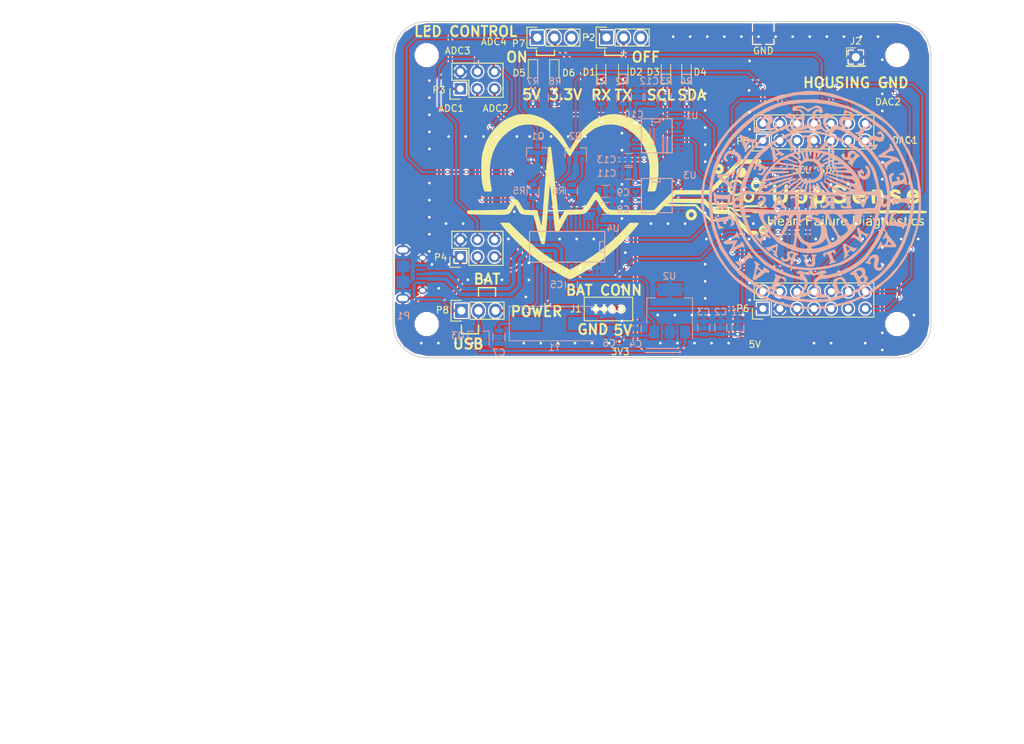
<source format=kicad_pcb>
(kicad_pcb (version 4) (host pcbnew 4.0.6-e0-6349~52~ubuntu17.04.1)
  (title_block (title "Backplane UppSense 2017") (date 2017-07-05) (rev v0.1) (company "UppSense Heart Failure Diagnostics"))
  (layers (0 F.Cu signal) (31 B.Cu signal) (34 B.Paste user) (35 F.Paste user) (36 B.SilkS user) (37 F.SilkS user) (38 B.Mask user) (39 F.Mask user) (44 Edge.Cuts user))
  (net 0 "")
  (net 1 GND)
  (net 2 ADC1)
  (net 3 ADC2)
  (net 4 DAC1)
  (net 5 ADC3)
  (net 6 DAC2)
  (net 7 GPIO1)
  (net 8 GPIO2)
  (net 9 I2C_SCL)
  (net 10 GPIO3)
  (net 11 I2C_SDA)
  (net 12 GPIO4)
  (net 13 UART_TX)
  (net 14 5V)
  (net 15 ADC4)
  (net 16 GPIO0)
  (net 17 UART_RX)
  (net 18 nRST)
  (net 19 3.3V)
  (net 20 "Net-(C6-Pad1)")
  (net 21 "Net-(C7-Pad1)")
  (net 22 LED_5V)
  (net 23 "Net-(D5-Pad2)")
  (net 24 "Net-(D6-Pad2)")
  (net 25 D-)
  (net 26 D+)
  (net 27 LED_3.3V)
  (net 28 "Net-(Q1-Pad1)")
  (net 29 RTS)
  (net 30 "Net-(Q2-Pad1)")
  (net 31 DTR)
  (net 32 "Net-(R1-Pad2)")
  (net 33 "Net-(R2-Pad2)")
  (net 34 "Net-(R3-Pad2)")
  (net 35 "Net-(R4-Pad2)")
  (net 36 "Net-(D1-Pad1)")
  (net 37 "Net-(D2-Pad1)")
  (net 38 "Net-(D3-Pad1)")
  (net 39 "Net-(D4-Pad1)")
  (net 40 5V_BATT)
  (net 41 5V_USB)
  (net 42 "Net-(P8-Pad2)")
  (net 43 "Net-(R9-Pad1)")
  (net 44 "Net-(R10-Pad1)")
  (module myVias:Stitchging-Via-0.4-0.7 (layer F.Cu) (at 134.2245 107.1796 90)
    (fp_text reference REF** hide)
    (fp_text value Stitching-Via-0.4-0.7 hide)
    (pad ~ thru_hole circle (at 0 0 90) (size 0.7 0.7) (drill 0.4) (layers *.Cu) (net 1 GND))
  )
  (module myVias:Stitchging-Via-0.4-0.7 (layer F.Cu) (at 121.2705 105.9096 90)
    (fp_text reference REF** hide)
    (fp_text value Stitching-Via-0.4-0.7 hide)
    (pad ~ thru_hole circle (at 0 0 90) (size 0.7 0.7) (drill 0.4) (layers *.Cu) (net 1 GND))
  )
  (module myVias:Stitchging-Via-0.4-0.7 (layer F.Cu) (at 134.669 104.665 180)
    (fp_text reference REF** hide)
    (fp_text value Stitching-Via-0.4-0.7 hide)
    (pad ~ thru_hole circle (at 0 0 180) (size 0.7 0.7) (drill 0.4) (layers *.Cu) (net 1 GND))
  )
  (module myVias:Stitchging-Via-0.4-0.7 (layer F.Cu) (at 134.669 102.125 180)
    (fp_text reference REF** hide)
    (fp_text value Stitching-Via-0.4-0.7 hide)
    (pad ~ thru_hole circle (at 0 0 180) (size 0.7 0.7) (drill 0.4) (layers *.Cu) (net 1 GND))
  )
  (module myVias:Stitchging-Via-0.4-0.7 (layer F.Cu) (at 122.7945 102.3536 90)
    (fp_text reference REF** hide)
    (fp_text value Stitching-Via-0.4-0.7 hide)
    (pad ~ thru_hole circle (at 0 0 90) (size 0.7 0.7) (drill 0.4) (layers *.Cu) (net 1 GND))
  )
  (module myVias:Stitchging-Via-0.4-0.7 (layer F.Cu) (at 120.2545 102.3536 90)
    (fp_text reference REF** hide)
    (fp_text value Stitching-Via-0.4-0.7 hide)
    (pad ~ thru_hole circle (at 0 0 90) (size 0.7 0.7) (drill 0.4) (layers *.Cu) (net 1 GND))
  )
  (module myVias:Stitchging-Via-0.4-0.7 (layer F.Cu) (at 125.5885 104.6396 90)
    (fp_text reference REF** hide)
    (fp_text value Stitching-Via-0.4-0.7 hide)
    (pad ~ thru_hole circle (at 0 0 90) (size 0.7 0.7) (drill 0.4) (layers *.Cu) (net 1 GND))
  )
  (module myVias:Stitchging-Via-0.4-0.7 (layer F.Cu) (at 130.6685 104.6396 90)
    (fp_text reference REF** hide)
    (fp_text value Stitching-Via-0.4-0.7 hide)
    (pad ~ thru_hole circle (at 0 0 90) (size 0.7 0.7) (drill 0.4) (layers *.Cu) (net 1 GND))
  )
  (module myVias:Stitchging-Via-0.4-0.7 (layer F.Cu) (at 128.1285 104.6396 90)
    (fp_text reference REF** hide)
    (fp_text value Stitching-Via-0.4-0.7 hide)
    (pad ~ thru_hole circle (at 0 0 90) (size 0.7 0.7) (drill 0.4) (layers *.Cu) (net 1 GND))
  )
  (module myVias:Stitchging-Via-0.4-0.7 (layer F.Cu) (at 154.227 114.063 90)
    (fp_text reference REF** hide)
    (fp_text value Stitching-Via-0.4-0.7 hide)
    (pad ~ thru_hole circle (at 0 0 90) (size 0.7 0.7) (drill 0.4) (layers *.Cu) (net 1 GND))
  )
  (module myVias:Stitchging-Via-0.4-0.7 (layer F.Cu) (at 179.627 114.063 90)
    (fp_text reference REF** hide)
    (fp_text value Stitching-Via-0.4-0.7 hide)
    (pad ~ thru_hole circle (at 0 0 90) (size 0.7 0.7) (drill 0.4) (layers *.Cu) (net 1 GND))
  )
  (module myVias:Stitchging-Via-0.4-0.7 (layer F.Cu) (at 159.307 114.063 90)
    (fp_text reference REF** hide)
    (fp_text value Stitching-Via-0.4-0.7 hide)
    (pad ~ thru_hole circle (at 0 0 90) (size 0.7 0.7) (drill 0.4) (layers *.Cu) (net 1 GND))
  )
  (module myVias:Stitchging-Via-0.4-0.7 (layer F.Cu) (at 156.767 114.063 90)
    (fp_text reference REF** hide)
    (fp_text value Stitching-Via-0.4-0.7 hide)
    (pad ~ thru_hole circle (at 0 0 90) (size 0.7 0.7) (drill 0.4) (layers *.Cu) (net 1 GND))
  )
  (module myVias:Stitchging-Via-0.4-0.7 (layer F.Cu) (at 177.087 114.063 90)
    (fp_text reference REF** hide)
    (fp_text value Stitching-Via-0.4-0.7 hide)
    (pad ~ thru_hole circle (at 0 0 90) (size 0.7 0.7) (drill 0.4) (layers *.Cu) (net 1 GND))
  )
  (module myVias:Stitchging-Via-0.4-0.7 (layer F.Cu) (at 184.707 114.063 90)
    (fp_text reference REF** hide)
    (fp_text value Stitching-Via-0.4-0.7 hide)
    (pad ~ thru_hole circle (at 0 0 90) (size 0.7 0.7) (drill 0.4) (layers *.Cu) (net 1 GND))
  )
  (module myVias:Stitchging-Via-0.4-0.7 (layer F.Cu) (at 164.387 114.063 90)
    (fp_text reference REF** hide)
    (fp_text value Stitching-Via-0.4-0.7 hide)
    (pad ~ thru_hole circle (at 0 0 90) (size 0.7 0.7) (drill 0.4) (layers *.Cu) (net 1 GND))
  )
  (module myVias:Stitchging-Via-0.4-0.7 (layer F.Cu) (at 161.847 114.063 90)
    (fp_text reference REF** hide)
    (fp_text value Stitching-Via-0.4-0.7 hide)
    (pad ~ thru_hole circle (at 0 0 90) (size 0.7 0.7) (drill 0.4) (layers *.Cu) (net 1 GND))
  )
  (module myVias:Stitchging-Via-0.4-0.7 (layer F.Cu) (at 141.527 114.063 90)
    (fp_text reference REF** hide)
    (fp_text value Stitching-Via-0.4-0.7 hide)
    (pad ~ thru_hole circle (at 0 0 90) (size 0.7 0.7) (drill 0.4) (layers *.Cu) (net 1 GND))
  )
  (module myVias:Stitchging-Via-0.4-0.7 (layer F.Cu) (at 121.207 114.063 90)
    (fp_text reference REF** hide)
    (fp_text value Stitching-Via-0.4-0.7 hide)
    (pad ~ thru_hole circle (at 0 0 90) (size 0.7 0.7) (drill 0.4) (layers *.Cu) (net 1 GND))
  )
  (module myVias:Stitchging-Via-0.4-0.7 (layer F.Cu) (at 123.747 114.063 90)
    (fp_text reference REF** hide)
    (fp_text value Stitching-Via-0.4-0.7 hide)
    (pad ~ thru_hole circle (at 0 0 90) (size 0.7 0.7) (drill 0.4) (layers *.Cu) (net 1 GND))
  )
  (module myVias:Stitchging-Via-0.4-0.7 (layer F.Cu) (at 144.067 114.063 90)
    (fp_text reference REF** hide)
    (fp_text value Stitching-Via-0.4-0.7 hide)
    (pad ~ thru_hole circle (at 0 0 90) (size 0.7 0.7) (drill 0.4) (layers *.Cu) (net 1 GND))
  )
  (module myVias:Stitchging-Via-0.4-0.7 (layer F.Cu) (at 146.607 114.063 90)
    (fp_text reference REF** hide)
    (fp_text value Stitching-Via-0.4-0.7 hide)
    (pad ~ thru_hole circle (at 0 0 90) (size 0.7 0.7) (drill 0.4) (layers *.Cu) (net 1 GND))
  )
  (module myVias:Stitchging-Via-0.4-0.7 (layer F.Cu) (at 136.447 114.063 90)
    (fp_text reference REF** hide)
    (fp_text value Stitching-Via-0.4-0.7 hide)
    (pad ~ thru_hole circle (at 0 0 90) (size 0.7 0.7) (drill 0.4) (layers *.Cu) (net 1 GND))
  )
  (module myVias:Stitchging-Via-0.4-0.7 (layer F.Cu) (at 118.667 114.063 90)
    (fp_text reference REF** hide)
    (fp_text value Stitching-Via-0.4-0.7 hide)
    (pad ~ thru_hole circle (at 0 0 90) (size 0.7 0.7) (drill 0.4) (layers *.Cu) (net 1 GND))
  )
  (module myVias:Stitchging-Via-0.4-0.7 (layer F.Cu) (at 138.987 114.063 90)
    (fp_text reference REF** hide)
    (fp_text value Stitching-Via-0.4-0.7 hide)
    (pad ~ thru_hole circle (at 0 0 90) (size 0.7 0.7) (drill 0.4) (layers *.Cu) (net 1 GND))
  )
  (module myVias:Stitchging-Via-0.4-0.7 (layer F.Cu) (at 133.907 114.063 90)
    (fp_text reference REF** hide)
    (fp_text value Stitching-Via-0.4-0.7 hide)
    (pad ~ thru_hole circle (at 0 0 90) (size 0.7 0.7) (drill 0.4) (layers *.Cu) (net 1 GND))
  )
  (module myVias:Stitchging-Via-0.4-0.7 (layer F.Cu) (at 167.435 76.471 180)
    (fp_text reference REF** hide)
    (fp_text value Stitching-Via-0.4-0.7 hide)
    (pad ~ thru_hole circle (at 0 0 180) (size 0.7 0.7) (drill 0.4) (layers *.Cu) (net 1 GND))
  )
  (module myVias:Stitchging-Via-0.4-0.7 (layer F.Cu) (at 167.4985 72.0895 180)
    (fp_text reference REF** hide)
    (fp_text value Stitching-Via-0.4-0.7 hide)
    (pad ~ thru_hole circle (at 0 0 180) (size 0.7 0.7) (drill 0.4) (layers *.Cu) (net 1 GND))
  )
  (module myVias:Stitchging-Via-0.4-0.7 (layer F.Cu) (at 167.4985 107.6495 180)
    (fp_text reference REF** hide)
    (fp_text value Stitching-Via-0.4-0.7 hide)
    (pad ~ thru_hole circle (at 0 0 180) (size 0.7 0.7) (drill 0.4) (layers *.Cu) (net 1 GND))
  )
  (module myVias:Stitchging-Via-0.4-0.7 (layer F.Cu) (at 167.4985 105.1095 180)
    (fp_text reference REF** hide)
    (fp_text value Stitching-Via-0.4-0.7 hide)
    (pad ~ thru_hole circle (at 0 0 180) (size 0.7 0.7) (drill 0.4) (layers *.Cu) (net 1 GND))
  )
  (module myVias:Stitchging-Via-0.4-0.7 (layer F.Cu) (at 167.4985 84.7895 180)
    (fp_text reference REF** hide)
    (fp_text value Stitching-Via-0.4-0.7 hide)
    (pad ~ thru_hole circle (at 0 0 180) (size 0.7 0.7) (drill 0.4) (layers *.Cu) (net 1 GND))
  )
  (module myVias:Stitchging-Via-0.4-0.7 (layer F.Cu) (at 167.4985 79.7095 180)
    (fp_text reference REF** hide)
    (fp_text value Stitching-Via-0.4-0.7 hide)
    (pad ~ thru_hole circle (at 0 0 180) (size 0.7 0.7) (drill 0.4) (layers *.Cu) (net 1 GND))
  )
  (module myVias:Stitchging-Via-0.4-0.7 (layer F.Cu) (at 167.4985 82.2495 180)
    (fp_text reference REF** hide)
    (fp_text value Stitching-Via-0.4-0.7 hide)
    (pad ~ thru_hole circle (at 0 0 180) (size 0.7 0.7) (drill 0.4) (layers *.Cu) (net 1 GND))
  )
  (module myVias:Stitchging-Via-0.4-0.7 (layer F.Cu) (at 148.512 105.681 180)
    (fp_text reference REF** hide)
    (fp_text value Stitching-Via-0.4-0.7 hide)
    (pad ~ thru_hole circle (at 0 0 180) (size 0.7 0.7) (drill 0.4) (layers *.Cu) (net 1 GND))
  )
  (module myVias:Stitchging-Via-0.4-0.7 (layer F.Cu) (at 148.512 85.361 180)
    (fp_text reference REF** hide)
    (fp_text value Stitching-Via-0.4-0.7 hide)
    (pad ~ thru_hole circle (at 0 0 180) (size 0.7 0.7) (drill 0.4) (layers *.Cu) (net 1 GND))
  )
  (module myVias:Stitchging-Via-0.4-0.7 (layer F.Cu) (at 149.02 100.601 180)
    (fp_text reference REF** hide)
    (fp_text value Stitching-Via-0.4-0.7 hide)
    (pad ~ thru_hole circle (at 0 0 180) (size 0.7 0.7) (drill 0.4) (layers *.Cu) (net 1 GND))
  )
  (module myVias:Stitchging-Via-0.4-0.7 (layer F.Cu) (at 148.512 82.821 180)
    (fp_text reference REF** hide)
    (fp_text value Stitching-Via-0.4-0.7 hide)
    (pad ~ thru_hole circle (at 0 0 180) (size 0.7 0.7) (drill 0.4) (layers *.Cu) (net 1 GND))
  )
  (module myVias:Stitchging-Via-0.4-0.7 (layer F.Cu) (at 148.512 92.981 180)
    (fp_text reference REF** hide)
    (fp_text value Stitching-Via-0.4-0.7 hide)
    (pad ~ thru_hole circle (at 0 0 180) (size 0.7 0.7) (drill 0.4) (layers *.Cu) (net 1 GND))
  )
  (module myVias:Stitchging-Via-0.4-0.7 (layer F.Cu) (at 148.512 110.761 180)
    (fp_text reference REF** hide)
    (fp_text value Stitching-Via-0.4-0.7 hide)
    (pad ~ thru_hole circle (at 0 0 180) (size 0.7 0.7) (drill 0.4) (layers *.Cu) (net 1 GND))
  )
  (module myVias:Stitchging-Via-0.4-0.7 (layer F.Cu) (at 148.512 90.441 180)
    (fp_text reference REF** hide)
    (fp_text value Stitching-Via-0.4-0.7 hide)
    (pad ~ thru_hole circle (at 0 0 180) (size 0.7 0.7) (drill 0.4) (layers *.Cu) (net 1 GND))
  )
  (module myVias:Stitchging-Via-0.4-0.7 (layer F.Cu) (at 148.512 95.521 180)
    (fp_text reference REF** hide)
    (fp_text value Stitching-Via-0.4-0.7 hide)
    (pad ~ thru_hole circle (at 0 0 180) (size 0.7 0.7) (drill 0.4) (layers *.Cu) (net 1 GND))
  )
  (module myVias:Stitchging-Via-0.4-0.7 (layer F.Cu) (at 187.247 71.899 180)
    (fp_text reference REF** hide)
    (fp_text value Stitching-Via-0.4-0.7 hide)
    (pad ~ thru_hole circle (at 0 0 180) (size 0.7 0.7) (drill 0.4) (layers *.Cu) (net 1 GND))
  )
  (module myVias:Stitchging-Via-0.4-0.7 (layer F.Cu) (at 187.247 102.379 180)
    (fp_text reference REF** hide)
    (fp_text value Stitching-Via-0.4-0.7 hide)
    (pad ~ thru_hole circle (at 0 0 180) (size 0.7 0.7) (drill 0.4) (layers *.Cu) (net 1 GND))
  )
  (module myVias:Stitchging-Via-0.4-0.7 (layer F.Cu) (at 187.247 76.979 180)
    (fp_text reference REF** hide)
    (fp_text value Stitching-Via-0.4-0.7 hide)
    (pad ~ thru_hole circle (at 0 0 180) (size 0.7 0.7) (drill 0.4) (layers *.Cu) (net 1 GND))
  )
  (module myVias:Stitchging-Via-0.4-0.7 (layer F.Cu) (at 187.247 99.839 180)
    (fp_text reference REF** hide)
    (fp_text value Stitching-Via-0.4-0.7 hide)
    (pad ~ thru_hole circle (at 0 0 180) (size 0.7 0.7) (drill 0.4) (layers *.Cu) (net 1 GND))
  )
  (module myVias:Stitchging-Via-0.4-0.7 (layer F.Cu) (at 187.247 79.519 180)
    (fp_text reference REF** hide)
    (fp_text value Stitching-Via-0.4-0.7 hide)
    (pad ~ thru_hole circle (at 0 0 180) (size 0.7 0.7) (drill 0.4) (layers *.Cu) (net 1 GND))
  )
  (module myVias:Stitchging-Via-0.4-0.7 (layer F.Cu) (at 187.247 89.679 180)
    (fp_text reference REF** hide)
    (fp_text value Stitching-Via-0.4-0.7 hide)
    (pad ~ thru_hole circle (at 0 0 180) (size 0.7 0.7) (drill 0.4) (layers *.Cu) (net 1 GND))
  )
  (module myVias:Stitchging-Via-0.4-0.7 (layer F.Cu) (at 187.247 87.139 180)
    (fp_text reference REF** hide)
    (fp_text value Stitching-Via-0.4-0.7 hide)
    (pad ~ thru_hole circle (at 0 0 180) (size 0.7 0.7) (drill 0.4) (layers *.Cu) (net 1 GND))
  )
  (module myVias:Stitchging-Via-0.4-0.7 (layer F.Cu) (at 187.247 92.219 180)
    (fp_text reference REF** hide)
    (fp_text value Stitching-Via-0.4-0.7 hide)
    (pad ~ thru_hole circle (at 0 0 180) (size 0.7 0.7) (drill 0.4) (layers *.Cu) (net 1 GND))
  )
  (module myVias:Stitchging-Via-0.4-0.7 (layer F.Cu) (at 187.247 112.539 180)
    (fp_text reference REF** hide)
    (fp_text value Stitching-Via-0.4-0.7 hide)
    (pad ~ thru_hole circle (at 0 0 180) (size 0.7 0.7) (drill 0.4) (layers *.Cu) (net 1 GND))
  )
  (module myVias:Stitchging-Via-0.4-0.7 (layer F.Cu) (at 187.247 115.079 180)
    (fp_text reference REF** hide)
    (fp_text value Stitching-Via-0.4-0.7 hide)
    (pad ~ thru_hole circle (at 0 0 180) (size 0.7 0.7) (drill 0.4) (layers *.Cu) (net 1 GND))
  )
  (module myVias:Stitchging-Via-0.4-0.7 (layer F.Cu) (at 187.247 95.521 180)
    (fp_text reference REF** hide)
    (fp_text value Stitching-Via-0.4-0.7 hide)
    (pad ~ thru_hole circle (at 0 0 180) (size 0.7 0.7) (drill 0.4) (layers *.Cu) (net 1 GND))
  )
  (module myVias:Stitchging-Via-0.4-0.7 (layer F.Cu) (at 177.341 98.569 90)
    (fp_text reference REF** hide)
    (fp_text value Stitching-Via-0.4-0.7 hide)
    (pad ~ thru_hole circle (at 0 0 90) (size 0.7 0.7) (drill 0.4) (layers *.Cu) (net 1 GND))
  )
  (module myVias:Stitchging-Via-0.4-0.7 (layer F.Cu) (at 179.881 98.569 90)
    (fp_text reference REF** hide)
    (fp_text value Stitching-Via-0.4-0.7 hide)
    (pad ~ thru_hole circle (at 0 0 90) (size 0.7 0.7) (drill 0.4) (layers *.Cu) (net 1 GND))
  )
  (module myVias:Stitchging-Via-0.4-0.7 (layer F.Cu) (at 184.326 98.569 90)
    (fp_text reference REF** hide)
    (fp_text value Stitching-Via-0.4-0.7 hide)
    (pad ~ thru_hole circle (at 0 0 90) (size 0.7 0.7) (drill 0.4) (layers *.Cu) (net 1 GND))
  )
  (module myVias:Stitchging-Via-0.4-0.7 (layer F.Cu) (at 164.641 98.569 90)
    (fp_text reference REF** hide)
    (fp_text value Stitching-Via-0.4-0.7 hide)
    (pad ~ thru_hole circle (at 0 0 90) (size 0.7 0.7) (drill 0.4) (layers *.Cu) (net 1 GND))
  )
  (module myVias:Stitchging-Via-0.4-0.7 (layer F.Cu) (at 161.085 98.569 90)
    (fp_text reference REF** hide)
    (fp_text value Stitching-Via-0.4-0.7 hide)
    (pad ~ thru_hole circle (at 0 0 90) (size 0.7 0.7) (drill 0.4) (layers *.Cu) (net 1 GND))
  )
  (module myVias:Stitchging-Via-0.4-0.7 (layer F.Cu) (at 192.581 98.569 90)
    (fp_text reference REF** hide)
    (fp_text value Stitching-Via-0.4-0.7 hide)
    (pad ~ thru_hole circle (at 0 0 90) (size 0.7 0.7) (drill 0.4) (layers *.Cu) (net 1 GND))
  )
  (module myVias:Stitchging-Via-0.4-0.7 (layer F.Cu) (at 172.261 98.569 90)
    (fp_text reference REF** hide)
    (fp_text value Stitching-Via-0.4-0.7 hide)
    (pad ~ thru_hole circle (at 0 0 90) (size 0.7 0.7) (drill 0.4) (layers *.Cu) (net 1 GND))
  )
  (module myVias:Stitchging-Via-0.4-0.7 (layer F.Cu) (at 190.041 98.569 90)
    (fp_text reference REF** hide)
    (fp_text value Stitching-Via-0.4-0.7 hide)
    (pad ~ thru_hole circle (at 0 0 90) (size 0.7 0.7) (drill 0.4) (layers *.Cu) (net 1 GND))
  )
  (module myVias:Stitchging-Via-0.4-0.7 (layer F.Cu) (at 169.721 98.569 90)
    (fp_text reference REF** hide)
    (fp_text value Stitching-Via-0.4-0.7 hide)
    (pad ~ thru_hole circle (at 0 0 90) (size 0.7 0.7) (drill 0.4) (layers *.Cu) (net 1 GND))
  )
  (module myVias:Stitchging-Via-0.4-0.7 (layer F.Cu) (at 167.435 98.569 90)
    (fp_text reference REF** hide)
    (fp_text value Stitching-Via-0.4-0.7 hide)
    (pad ~ thru_hole circle (at 0 0 90) (size 0.7 0.7) (drill 0.4) (layers *.Cu) (net 1 GND))
  )
  (module myVias:Stitchging-Via-0.4-0.7 (layer F.Cu) (at 132.51 94.505 90)
    (fp_text reference REF** hide)
    (fp_text value Stitching-Via-0.4-0.7 hide)
    (pad ~ thru_hole circle (at 0 0 90) (size 0.7 0.7) (drill 0.4) (layers *.Cu) (net 1 GND))
  )
  (module myVias:Stitchging-Via-0.4-0.7 (layer F.Cu) (at 131.621 98.569 90)
    (fp_text reference REF** hide)
    (fp_text value Stitching-Via-0.4-0.7 hide)
    (pad ~ thru_hole circle (at 0 0 90) (size 0.7 0.7) (drill 0.4) (layers *.Cu) (net 1 GND))
  )
  (module myVias:Stitchging-Via-0.4-0.7 (layer F.Cu) (at 141.781 98.569 90)
    (fp_text reference REF** hide)
    (fp_text value Stitching-Via-0.4-0.7 hide)
    (pad ~ thru_hole circle (at 0 0 90) (size 0.7 0.7) (drill 0.4) (layers *.Cu) (net 1 GND))
  )
  (module myVias:Stitchging-Via-0.4-0.7 (layer F.Cu) (at 144.321 98.569 90)
    (fp_text reference REF** hide)
    (fp_text value Stitching-Via-0.4-0.7 hide)
    (pad ~ thru_hole circle (at 0 0 90) (size 0.7 0.7) (drill 0.4) (layers *.Cu) (net 1 GND))
  )
  (module myVias:Stitchging-Via-0.4-0.7 (layer F.Cu) (at 139.241 98.569 90)
    (fp_text reference REF** hide)
    (fp_text value Stitching-Via-0.4-0.7 hide)
    (pad ~ thru_hole circle (at 0 0 90) (size 0.7 0.7) (drill 0.4) (layers *.Cu) (net 1 GND))
  )
  (module myVias:Stitchging-Via-0.4-0.7 (layer F.Cu) (at 136.701 98.569 90)
    (fp_text reference REF** hide)
    (fp_text value Stitching-Via-0.4-0.7 hide)
    (pad ~ thru_hole circle (at 0 0 90) (size 0.7 0.7) (drill 0.4) (layers *.Cu) (net 1 GND))
  )
  (module myPics:uppsense_logo (layer F.Cu) (at 159.434 92.092)
    (fp_text reference G*** hide)
    (fp_text value LOGO hide)
  )
  (module myVias:Stitchging-Via-0.4-0.7 (layer F.Cu) (at 127.938 83.329 90)
    (fp_text reference REF** hide)
    (fp_text value Stitching-Via-0.4-0.7 hide)
    (pad ~ thru_hole circle (at 0 0 90) (size 0.7 0.7) (drill 0.4) (layers *.Cu) (net 1 GND))
  )
  (module myVias:Stitchging-Via-0.4-0.7 (layer F.Cu) (at 129.843 83.329 90)
    (fp_text reference REF** hide)
    (fp_text value Stitching-Via-0.4-0.7 hide)
    (pad ~ thru_hole circle (at 0 0 90) (size 0.7 0.7) (drill 0.4) (layers *.Cu) (net 1 GND))
  )
  (module myVias:Stitchging-Via-0.4-0.7 (layer F.Cu) (at 134.796 83.329 90)
    (fp_text reference REF** hide)
    (fp_text value Stitching-Via-0.4-0.7 hide)
    (pad ~ thru_hole circle (at 0 0 90) (size 0.7 0.7) (drill 0.4) (layers *.Cu) (net 1 GND))
  )
  (module myVias:Stitchging-Via-0.4-0.7 (layer F.Cu) (at 132.891 83.329 90)
    (fp_text reference REF** hide)
    (fp_text value Stitching-Via-0.4-0.7 hide)
    (pad ~ thru_hole circle (at 0 0 90) (size 0.7 0.7) (drill 0.4) (layers *.Cu) (net 1 GND))
  )
  (module myVias:Stitchging-Via-0.4-0.7 (layer F.Cu) (at 143.051 83.329 90)
    (fp_text reference REF** hide)
    (fp_text value Stitching-Via-0.4-0.7 hide)
    (pad ~ thru_hole circle (at 0 0 90) (size 0.7 0.7) (drill 0.4) (layers *.Cu) (net 1 GND))
  )
  (module myVias:Stitchging-Via-0.4-0.7 (layer F.Cu) (at 140.511 83.329 90)
    (fp_text reference REF** hide)
    (fp_text value Stitching-Via-0.4-0.7 hide)
    (pad ~ thru_hole circle (at 0 0 90) (size 0.7 0.7) (drill 0.4) (layers *.Cu) (net 1 GND))
  )
  (module myVias:Stitchging-Via-0.4-0.7 (layer F.Cu) (at 137.971 83.329 90)
    (fp_text reference REF** hide)
    (fp_text value Stitching-Via-0.4-0.7 hide)
    (pad ~ thru_hole circle (at 0 0 90) (size 0.7 0.7) (drill 0.4) (layers *.Cu) (net 1 GND))
  )
  (module myVias:Stitchging-Via-0.4-0.7 (layer F.Cu) (at 125.271 83.329 90)
    (fp_text reference REF** hide)
    (fp_text value Stitching-Via-0.4-0.7 hide)
    (pad ~ thru_hole circle (at 0 0 90) (size 0.7 0.7) (drill 0.4) (layers *.Cu) (net 1 GND))
  )
  (module myVias:Stitchging-Via-0.4-0.7 (layer F.Cu) (at 122.731 83.329 90)
    (fp_text reference REF** hide)
    (fp_text value Stitching-Via-0.4-0.7 hide)
    (pad ~ thru_hole circle (at 0 0 90) (size 0.7 0.7) (drill 0.4) (layers *.Cu) (net 1 GND))
  )
  (module myVias:Stitchging-Via-0.4-0.7 (layer F.Cu) (at 170.61 96.283 90)
    (fp_text reference REF** hide)
    (fp_text value Stitching-Via-0.4-0.7 hide)
    (pad ~ thru_hole circle (at 0 0 90) (size 0.7 0.7) (drill 0.4) (layers *.Cu) (net 1 GND))
  )
  (module myVias:Stitchging-Via-0.4-0.7 (layer F.Cu) (at 152.83 96.283 90)
    (fp_text reference REF** hide)
    (fp_text value Stitching-Via-0.4-0.7 hide)
    (pad ~ thru_hole circle (at 0 0 90) (size 0.7 0.7) (drill 0.4) (layers *.Cu) (net 1 GND))
  )
  (module myVias:Stitchging-Via-0.4-0.7 (layer F.Cu) (at 178.23 96.283 90)
    (fp_text reference REF** hide)
    (fp_text value Stitching-Via-0.4-0.7 hide)
    (pad ~ thru_hole circle (at 0 0 90) (size 0.7 0.7) (drill 0.4) (layers *.Cu) (net 1 GND))
  )
  (module myVias:Stitchging-Via-0.4-0.7 (layer F.Cu) (at 157.91 96.283 90)
    (fp_text reference REF** hide)
    (fp_text value Stitching-Via-0.4-0.7 hide)
    (pad ~ thru_hole circle (at 0 0 90) (size 0.7 0.7) (drill 0.4) (layers *.Cu) (net 1 GND))
  )
  (module myVias:Stitchging-Via-0.4-0.7 (layer F.Cu) (at 155.37 96.283 90)
    (fp_text reference REF** hide)
    (fp_text value Stitching-Via-0.4-0.7 hide)
    (pad ~ thru_hole circle (at 0 0 90) (size 0.7 0.7) (drill 0.4) (layers *.Cu) (net 1 GND))
  )
  (module myVias:Stitchging-Via-0.4-0.7 (layer F.Cu) (at 168.07 96.283 90)
    (fp_text reference REF** hide)
    (fp_text value Stitching-Via-0.4-0.7 hide)
    (pad ~ thru_hole circle (at 0 0 90) (size 0.7 0.7) (drill 0.4) (layers *.Cu) (net 1 GND))
  )
  (module myVias:Stitchging-Via-0.4-0.7 (layer F.Cu) (at 183.31 96.283 90)
    (fp_text reference REF** hide)
    (fp_text value Stitching-Via-0.4-0.7 hide)
    (pad ~ thru_hole circle (at 0 0 90) (size 0.7 0.7) (drill 0.4) (layers *.Cu) (net 1 GND))
  )
  (module myVias:Stitchging-Via-0.4-0.7 (layer F.Cu) (at 122.35 96.283 90)
    (fp_text reference REF** hide)
    (fp_text value Stitching-Via-0.4-0.7 hide)
    (pad ~ thru_hole circle (at 0 0 90) (size 0.7 0.7) (drill 0.4) (layers *.Cu) (net 1 GND))
  )
  (module myVias:Stitchging-Via-0.4-0.7 (layer F.Cu) (at 124.89 96.283 90)
    (fp_text reference REF** hide)
    (fp_text value Stitching-Via-0.4-0.7 hide)
    (pad ~ thru_hole circle (at 0 0 90) (size 0.7 0.7) (drill 0.4) (layers *.Cu) (net 1 GND))
  )
  (module myVias:Stitchging-Via-0.4-0.7 (layer F.Cu) (at 119.8735 67.3905 180)
    (fp_text reference REF** hide)
    (fp_text value Stitching-Via-0.4-0.7 hide)
    (pad ~ thru_hole circle (at 0 0 180) (size 0.7 0.7) (drill 0.4) (layers *.Cu) (net 1 GND))
  )
  (module myVias:Stitchging-Via-0.4-0.7 (layer F.Cu) (at 119.8735 85.1705 180)
    (fp_text reference REF** hide)
    (fp_text value Stitching-Via-0.4-0.7 hide)
    (pad ~ thru_hole circle (at 0 0 180) (size 0.7 0.7) (drill 0.4) (layers *.Cu) (net 1 GND))
  )
  (module myVias:Stitchging-Via-0.4-0.7 (layer F.Cu) (at 119.8735 80.0905 180)
    (fp_text reference REF** hide)
    (fp_text value Stitching-Via-0.4-0.7 hide)
    (pad ~ thru_hole circle (at 0 0 180) (size 0.7 0.7) (drill 0.4) (layers *.Cu) (net 1 GND))
  )
  (module myVias:Stitchging-Via-0.4-0.7 (layer F.Cu) (at 119.8735 82.6305 180)
    (fp_text reference REF** hide)
    (fp_text value Stitching-Via-0.4-0.7 hide)
    (pad ~ thru_hole circle (at 0 0 180) (size 0.7 0.7) (drill 0.4) (layers *.Cu) (net 1 GND))
  )
  (module myVias:Stitchging-Via-0.4-0.7 (layer F.Cu) (at 119.8735 75.0105 180)
    (fp_text reference REF** hide)
    (fp_text value Stitching-Via-0.4-0.7 hide)
    (pad ~ thru_hole circle (at 0 0 180) (size 0.7 0.7) (drill 0.4) (layers *.Cu) (net 1 GND))
  )
  (module myVias:Stitchging-Via-0.4-0.7 (layer F.Cu) (at 119.8735 77.5505 180)
    (fp_text reference REF** hide)
    (fp_text value Stitching-Via-0.4-0.7 hide)
    (pad ~ thru_hole circle (at 0 0 180) (size 0.7 0.7) (drill 0.4) (layers *.Cu) (net 1 GND))
  )
  (module myVias:Stitchging-Via-0.4-0.7 (layer F.Cu) (at 119.8735 97.8705 180)
    (fp_text reference REF** hide)
    (fp_text value Stitching-Via-0.4-0.7 hide)
    (pad ~ thru_hole circle (at 0 0 180) (size 0.7 0.7) (drill 0.4) (layers *.Cu) (net 1 GND))
  )
  (module myVias:Stitchging-Via-0.4-0.7 (layer F.Cu) (at 119.8735 95.3305 180)
    (fp_text reference REF** hide)
    (fp_text value Stitching-Via-0.4-0.7 hide)
    (pad ~ thru_hole circle (at 0 0 180) (size 0.7 0.7) (drill 0.4) (layers *.Cu) (net 1 GND))
  )
  (module myVias:Stitchging-Via-0.4-0.7 (layer F.Cu) (at 119.8735 90.2505 180)
    (fp_text reference REF** hide)
    (fp_text value Stitching-Via-0.4-0.7 hide)
    (pad ~ thru_hole circle (at 0 0 180) (size 0.7 0.7) (drill 0.4) (layers *.Cu) (net 1 GND))
  )
  (module myVias:Stitchging-Via-0.4-0.7 (layer F.Cu) (at 119.8735 92.7905 180)
    (fp_text reference REF** hide)
    (fp_text value Stitching-Via-0.4-0.7 hide)
    (pad ~ thru_hole circle (at 0 0 180) (size 0.7 0.7) (drill 0.4) (layers *.Cu) (net 1 GND))
  )
  (module myVias:Stitchging-Via-0.4-0.7 (layer F.Cu) (at 119.8735 100.4105 180)
    (fp_text reference REF** hide)
    (fp_text value Stitching-Via-0.4-0.7 hide)
    (pad ~ thru_hole circle (at 0 0 180) (size 0.7 0.7) (drill 0.4) (layers *.Cu) (net 1 GND))
  )
  (module myVias:Stitchging-Via-0.4-0.7 (layer F.Cu) (at 160.8945 84.5355 180)
    (fp_text reference REF** hide)
    (fp_text value Stitching-Via-0.4-0.7 hide)
    (pad ~ thru_hole circle (at 0 0 180) (size 0.7 0.7) (drill 0.4) (layers *.Cu) (net 1 GND))
  )
  (module myVias:Stitchging-Via-0.4-0.7 (layer F.Cu) (at 160.8945 104.8555 180)
    (fp_text reference REF** hide)
    (fp_text value Stitching-Via-0.4-0.7 hide)
    (pad ~ thru_hole circle (at 0 0 180) (size 0.7 0.7) (drill 0.4) (layers *.Cu) (net 1 GND))
  )
  (module myVias:Stitchging-Via-0.4-0.7 (layer F.Cu) (at 160.8945 102.3155 180)
    (fp_text reference REF** hide)
    (fp_text value Stitching-Via-0.4-0.7 hide)
    (pad ~ thru_hole circle (at 0 0 180) (size 0.7 0.7) (drill 0.4) (layers *.Cu) (net 1 GND))
  )
  (module myVias:Stitchging-Via-0.4-0.7 (layer F.Cu) (at 160.8945 81.9955 180)
    (fp_text reference REF** hide)
    (fp_text value Stitching-Via-0.4-0.7 hide)
    (pad ~ thru_hole circle (at 0 0 180) (size 0.7 0.7) (drill 0.4) (layers *.Cu) (net 1 GND))
  )
  (module myVias:Stitchging-Via-0.4-0.7 (layer F.Cu) (at 160.8945 76.9155 180)
    (fp_text reference REF** hide)
    (fp_text value Stitching-Via-0.4-0.7 hide)
    (pad ~ thru_hole circle (at 0 0 180) (size 0.7 0.7) (drill 0.4) (layers *.Cu) (net 1 GND))
  )
  (module myVias:Stitchging-Via-0.4-0.7 (layer F.Cu) (at 160.8945 79.4555 180)
    (fp_text reference REF** hide)
    (fp_text value Stitching-Via-0.4-0.7 hide)
    (pad ~ thru_hole circle (at 0 0 180) (size 0.7 0.7) (drill 0.4) (layers *.Cu) (net 1 GND))
  )
  (module myVias:Stitchging-Via-0.4-0.7 (layer F.Cu) (at 160.8945 107.3955 180)
    (fp_text reference REF** hide)
    (fp_text value Stitching-Via-0.4-0.7 hide)
    (pad ~ thru_hole circle (at 0 0 180) (size 0.7 0.7) (drill 0.4) (layers *.Cu) (net 1 GND))
  )
  (module myVias:Stitchging-Via-0.4-0.7 (layer F.Cu) (at 160.8945 87.0755 180)
    (fp_text reference REF** hide)
    (fp_text value Stitching-Via-0.4-0.7 hide)
    (pad ~ thru_hole circle (at 0 0 180) (size 0.7 0.7) (drill 0.4) (layers *.Cu) (net 1 GND))
  )
  (module myVias:Stitchging-Via-0.4-0.7 (layer F.Cu) (at 160.8945 94.6955 180)
    (fp_text reference REF** hide)
    (fp_text value Stitching-Via-0.4-0.7 hide)
    (pad ~ thru_hole circle (at 0 0 180) (size 0.7 0.7) (drill 0.4) (layers *.Cu) (net 1 GND))
  )
  (module myVias:Stitchging-Via-0.4-0.7 (layer F.Cu) (at 173.912 68.47 90)
    (fp_text reference REF** hide)
    (fp_text value Stitching-Via-0.4-0.7 hide)
    (pad ~ thru_hole circle (at 0 0 90) (size 0.7 0.7) (drill 0.4) (layers *.Cu) (net 1 GND))
  )
  (module myVias:Stitchging-Via-0.4-0.7 (layer F.Cu) (at 156.132 68.47 90)
    (fp_text reference REF** hide)
    (fp_text value Stitching-Via-0.4-0.7 hide)
    (pad ~ thru_hole circle (at 0 0 90) (size 0.7 0.7) (drill 0.4) (layers *.Cu) (net 1 GND))
  )
  (module myVias:Stitchging-Via-0.4-0.7 (layer F.Cu) (at 176.452 68.47 90)
    (fp_text reference REF** hide)
    (fp_text value Stitching-Via-0.4-0.7 hide)
    (pad ~ thru_hole circle (at 0 0 90) (size 0.7 0.7) (drill 0.4) (layers *.Cu) (net 1 GND))
  )
  (module myVias:Stitchging-Via-0.4-0.7 (layer F.Cu) (at 181.532 68.47 90)
    (fp_text reference REF** hide)
    (fp_text value Stitching-Via-0.4-0.7 hide)
    (pad ~ thru_hole circle (at 0 0 90) (size 0.7 0.7) (drill 0.4) (layers *.Cu) (net 1 GND))
  )
  (module myVias:Stitchging-Via-0.4-0.7 (layer F.Cu) (at 161.212 68.47 90)
    (fp_text reference REF** hide)
    (fp_text value Stitching-Via-0.4-0.7 hide)
    (pad ~ thru_hole circle (at 0 0 90) (size 0.7 0.7) (drill 0.4) (layers *.Cu) (net 1 GND))
  )
  (module myVias:Stitchging-Via-0.4-0.7 (layer F.Cu) (at 158.672 68.47 90)
    (fp_text reference REF** hide)
    (fp_text value Stitching-Via-0.4-0.7 hide)
    (pad ~ thru_hole circle (at 0 0 90) (size 0.7 0.7) (drill 0.4) (layers *.Cu) (net 1 GND))
  )
  (module myVias:Stitchging-Via-0.4-0.7 (layer F.Cu) (at 178.992 68.47 90)
    (fp_text reference REF** hide)
    (fp_text value Stitching-Via-0.4-0.7 hide)
    (pad ~ thru_hole circle (at 0 0 90) (size 0.7 0.7) (drill 0.4) (layers *.Cu) (net 1 GND))
  )
  (module myVias:Stitchging-Via-0.4-0.7 (layer F.Cu) (at 168.832 68.47 90)
    (fp_text reference REF** hide)
    (fp_text value Stitching-Via-0.4-0.7 hide)
    (pad ~ thru_hole circle (at 0 0 90) (size 0.7 0.7) (drill 0.4) (layers *.Cu) (net 1 GND))
  )
  (module myVias:Stitchging-Via-0.4-0.7 (layer F.Cu) (at 171.372 68.47 90)
    (fp_text reference REF** hide)
    (fp_text value Stitching-Via-0.4-0.7 hide)
    (pad ~ thru_hole circle (at 0 0 90) (size 0.7 0.7) (drill 0.4) (layers *.Cu) (net 1 GND))
  )
  (module myVias:Stitchging-Via-0.4-0.7 (layer F.Cu) (at 186.612 68.47 90)
    (fp_text reference REF** hide)
    (fp_text value Stitching-Via-0.4-0.7 hide)
    (pad ~ thru_hole circle (at 0 0 90) (size 0.7 0.7) (drill 0.4) (layers *.Cu) (net 1 GND))
  )
  (module myVias:Stitchging-Via-0.4-0.7 (layer F.Cu) (at 166.292 68.47 90)
    (fp_text reference REF** hide)
    (fp_text value Stitching-Via-0.4-0.7 hide)
    (pad ~ thru_hole circle (at 0 0 90) (size 0.7 0.7) (drill 0.4) (layers *.Cu) (net 1 GND))
  )
  (module myVias:Stitchging-Via-0.4-0.7 (layer F.Cu) (at 163.752 68.47 90)
    (fp_text reference REF** hide)
    (fp_text value Stitching-Via-0.4-0.7 hide)
    (pad ~ thru_hole circle (at 0 0 90) (size 0.7 0.7) (drill 0.4) (layers *.Cu) (net 1 GND))
  )
  (module myVias:Stitchging-Via-0.4-0.7 (layer F.Cu) (at 184.072 68.47 90)
    (fp_text reference REF** hide)
    (fp_text value Stitching-Via-0.4-0.7 hide)
    (pad ~ thru_hole circle (at 0 0 90) (size 0.7 0.7) (drill 0.4) (layers *.Cu) (net 1 GND))
  )
  (module myVias:Stitchging-Via-0.4-0.7 (layer F.Cu) (at 143.432 68.47 90)
    (fp_text reference REF** hide)
    (fp_text value Stitching-Via-0.4-0.7 hide)
    (pad ~ thru_hole circle (at 0 0 90) (size 0.7 0.7) (drill 0.4) (layers *.Cu) (net 1 GND))
  )
  (module myVias:Stitchging-Via-0.4-0.7 (layer F.Cu) (at 153.846 109.872 90)
    (fp_text reference REF** hide)
    (fp_text value Stitching-Via-0.4-0.7 hide)
    (pad ~ thru_hole circle (at 0 0 90) (size 0.7 0.7) (drill 0.4) (layers *.Cu) (net 1 GND))
  )
  (module myVias:Stitchging-Via-0.4-0.7 (layer F.Cu) (at 156.386 109.872 90)
    (fp_text reference REF** hide)
    (fp_text value Stitching-Via-0.4-0.7 hide)
    (pad ~ thru_hole circle (at 0 0 90) (size 0.7 0.7) (drill 0.4) (layers *.Cu) (net 1 GND))
  )
  (module myVias:Stitchging-Via-0.4-0.7 (layer F.Cu) (at 161.466 109.872 90)
    (fp_text reference REF** hide)
    (fp_text value Stitching-Via-0.4-0.7 hide)
    (pad ~ thru_hole circle (at 0 0 90) (size 0.7 0.7) (drill 0.4) (layers *.Cu) (net 1 GND))
  )
  (module myVias:Stitchging-Via-0.4-0.7 (layer F.Cu) (at 158.926 109.872 90)
    (fp_text reference REF** hide)
    (fp_text value Stitching-Via-0.4-0.7 hide)
    (pad ~ thru_hole circle (at 0 0 90) (size 0.7 0.7) (drill 0.4) (layers *.Cu) (net 1 GND))
  )
  (module myVias:Stitchging-Via-0.4-0.7 (layer F.Cu) (at 191.946 109.872 90)
    (fp_text reference REF** hide)
    (fp_text value Stitching-Via-0.4-0.7 hide)
    (pad ~ thru_hole circle (at 0 0 90) (size 0.7 0.7) (drill 0.4) (layers *.Cu) (net 1 GND))
  )
  (module myVias:Stitchging-Via-0.4-0.7 (layer F.Cu) (at 166.546 109.872 90)
    (fp_text reference REF** hide)
    (fp_text value Stitching-Via-0.4-0.7 hide)
    (pad ~ thru_hole circle (at 0 0 90) (size 0.7 0.7) (drill 0.4) (layers *.Cu) (net 1 GND))
  )
  (module myVias:Stitchging-Via-0.4-0.7 (layer F.Cu) (at 138.606 109.872 90)
    (fp_text reference REF** hide)
    (fp_text value Stitching-Via-0.4-0.7 hide)
    (pad ~ thru_hole circle (at 0 0 90) (size 0.7 0.7) (drill 0.4) (layers *.Cu) (net 1 GND))
  )
  (module myPics:uu_logo (layer B.Cu) (at 176.657 92.785 180)
    (fp_text reference G*** hide)
    (fp_text value LOGO hide)
  )
  (module myTestPoints:TP_SMD_quadr_1mm (layer F.Cu) (at 184.912 78.18)
    (fp_text reference DAC2 (at 3.175 0) (layer F.SilkS))
    (fp_text value TEST)
    (pad 1 smd rect (at 0 0) (size 1 1) (layers F.Cu F.Paste F.Mask) (net 6 DAC2))
  )
  (module myTestPoints:TP_SMD_quadr_3mm (layer F.Cu) (at 169.545 68.02)
    (fp_text reference GND1 hide)
    (fp_text value TEST)
    (pad 1 smd rect (at 0 0) (size 3 3) (layers F.Cu F.Paste F.Mask) (net 1 GND))
  )
  (module Pin_Headers:Pin_Header_Straight_2x03 (layer F.Cu) (at 124.476 76.222 90)
    (fp_text reference P3 (at -0.18 -3.191 180) (layer F.SilkS))
    (fp_text value CONN_02X03)
    (pad 1 thru_hole rect (at 0 0 90) (size 1.7272 1.7272) (drill 1.016) (layers *.Cu *.Mask) (net 14 5V))
    (pad 2 thru_hole oval (at 2.54 0 90) (size 1.7272 1.7272) (drill 1.016) (layers *.Cu *.Mask) (net 1 GND))
    (pad 3 thru_hole oval (at 0 2.54 90) (size 1.7272 1.7272) (drill 1.016) (layers *.Cu *.Mask) (net 2 ADC1))
    (pad 4 thru_hole oval (at 2.54 2.54 90) (size 1.7272 1.7272) (drill 1.016) (layers *.Cu *.Mask) (net 5 ADC3))
    (pad 5 thru_hole oval (at 0 5.08 90) (size 1.7272 1.7272) (drill 1.016) (layers *.Cu *.Mask) (net 3 ADC2))
    (pad 6 thru_hole oval (at 2.54 5.08 90) (size 1.7272 1.7272) (drill 1.016) (layers *.Cu *.Mask) (net 15 ADC4))
  )
  (module Pin_Headers:Pin_Header_Straight_2x03 (layer F.Cu) (at 124.476 101.222 90)
    (fp_text reference P4 (at -0.072 -2.937 180) (layer F.SilkS))
    (fp_text value CONN_02X03)
    (pad 1 thru_hole rect (at 0 0 90) (size 1.7272 1.7272) (drill 1.016) (layers *.Cu *.Mask) (net 14 5V))
    (pad 2 thru_hole oval (at 2.54 0 90) (size 1.7272 1.7272) (drill 1.016) (layers *.Cu *.Mask) (net 1 GND))
    (pad 3 thru_hole oval (at 0 2.54 90) (size 1.7272 1.7272) (drill 1.016) (layers *.Cu *.Mask) (net 2 ADC1))
    (pad 4 thru_hole oval (at 2.54 2.54 90) (size 1.7272 1.7272) (drill 1.016) (layers *.Cu *.Mask) (net 5 ADC3))
    (pad 5 thru_hole oval (at 0 5.08 90) (size 1.7272 1.7272) (drill 1.016) (layers *.Cu *.Mask) (net 3 ADC2))
    (pad 6 thru_hole oval (at 2.54 5.08 90) (size 1.7272 1.7272) (drill 1.016) (layers *.Cu *.Mask) (net 15 ADC4))
  )
  (module Pin_Headers:Pin_Header_Straight_2x07 (layer F.Cu) (at 169.476 83.922 90)
    (fp_text reference P5 (at -0.1 -2.979 180) (layer F.SilkS))
    (fp_text value CONN_02X07)
    (pad 1 thru_hole rect (at 0 0 90) (size 1.7272 1.7272) (drill 1.016) (layers *.Cu *.Mask) (net 19 3.3V))
    (pad 2 thru_hole oval (at 2.54 0 90) (size 1.7272 1.7272) (drill 1.016) (layers *.Cu *.Mask) (net 16 GPIO0))
    (pad 3 thru_hole oval (at 0 2.54 90) (size 1.7272 1.7272) (drill 1.016) (layers *.Cu *.Mask) (net 1 GND))
    (pad 4 thru_hole oval (at 2.54 2.54 90) (size 1.7272 1.7272) (drill 1.016) (layers *.Cu *.Mask) (net 7 GPIO1))
    (pad 5 thru_hole oval (at 0 5.08 90) (size 1.7272 1.7272) (drill 1.016) (layers *.Cu *.Mask) (net 9 I2C_SCL))
    (pad 6 thru_hole oval (at 2.54 5.08 90) (size 1.7272 1.7272) (drill 1.016) (layers *.Cu *.Mask) (net 8 GPIO2))
    (pad 7 thru_hole oval (at 0 7.62 90) (size 1.7272 1.7272) (drill 1.016) (layers *.Cu *.Mask) (net 11 I2C_SDA))
    (pad 8 thru_hole oval (at 2.54 7.62 90) (size 1.7272 1.7272) (drill 1.016) (layers *.Cu *.Mask) (net 10 GPIO3))
    (pad 9 thru_hole oval (at 0 10.16 90) (size 1.7272 1.7272) (drill 1.016) (layers *.Cu *.Mask) (net 13 UART_TX))
    (pad 10 thru_hole oval (at 2.54 10.16 90) (size 1.7272 1.7272) (drill 1.016) (layers *.Cu *.Mask) (net 12 GPIO4))
    (pad 11 thru_hole oval (at 0 12.7 90) (size 1.7272 1.7272) (drill 1.016) (layers *.Cu *.Mask) (net 17 UART_RX))
    (pad 12 thru_hole oval (at 2.54 12.7 90) (size 1.7272 1.7272) (drill 1.016) (layers *.Cu *.Mask) (net 18 nRST))
    (pad 13 thru_hole oval (at 0 15.24 90) (size 1.7272 1.7272) (drill 1.016) (layers *.Cu *.Mask) (net 4 DAC1))
    (pad 14 thru_hole oval (at 2.54 15.24 90) (size 1.7272 1.7272) (drill 1.016) (layers *.Cu *.Mask) (net 6 DAC2))
  )
  (module Pin_Headers:Pin_Header_Straight_2x07 (layer F.Cu) (at 169.476 108.922 90)
    (fp_text reference P6 (at 0.008 -2.979 180) (layer F.SilkS))
    (fp_text value CONN_02X07)
    (pad 1 thru_hole rect (at 0 0 90) (size 1.7272 1.7272) (drill 1.016) (layers *.Cu *.Mask) (net 19 3.3V))
    (pad 2 thru_hole oval (at 2.54 0 90) (size 1.7272 1.7272) (drill 1.016) (layers *.Cu *.Mask))
    (pad 3 thru_hole oval (at 0 2.54 90) (size 1.7272 1.7272) (drill 1.016) (layers *.Cu *.Mask) (net 1 GND))
    (pad 4 thru_hole oval (at 2.54 2.54 90) (size 1.7272 1.7272) (drill 1.016) (layers *.Cu *.Mask) (net 7 GPIO1))
    (pad 5 thru_hole oval (at 0 5.08 90) (size 1.7272 1.7272) (drill 1.016) (layers *.Cu *.Mask) (net 9 I2C_SCL))
    (pad 6 thru_hole oval (at 2.54 5.08 90) (size 1.7272 1.7272) (drill 1.016) (layers *.Cu *.Mask) (net 8 GPIO2))
    (pad 7 thru_hole oval (at 0 7.62 90) (size 1.7272 1.7272) (drill 1.016) (layers *.Cu *.Mask) (net 11 I2C_SDA))
    (pad 8 thru_hole oval (at 2.54 7.62 90) (size 1.7272 1.7272) (drill 1.016) (layers *.Cu *.Mask) (net 10 GPIO3))
    (pad 9 thru_hole oval (at 0 10.16 90) (size 1.7272 1.7272) (drill 1.016) (layers *.Cu *.Mask))
    (pad 10 thru_hole oval (at 2.54 10.16 90) (size 1.7272 1.7272) (drill 1.016) (layers *.Cu *.Mask) (net 12 GPIO4))
    (pad 11 thru_hole oval (at 0 12.7 90) (size 1.7272 1.7272) (drill 1.016) (layers *.Cu *.Mask))
    (pad 12 thru_hole oval (at 2.54 12.7 90) (size 1.7272 1.7272) (drill 1.016) (layers *.Cu *.Mask))
    (pad 13 thru_hole oval (at 0 15.24 90) (size 1.7272 1.7272) (drill 1.016) (layers *.Cu *.Mask) (net 4 DAC1))
    (pad 14 thru_hole oval (at 2.54 15.24 90) (size 1.7272 1.7272) (drill 1.016) (layers *.Cu *.Mask) (net 6 DAC2))
  )
  (module SMD_Packages:SO-16-N (layer B.Cu) (at 140.366 99.727 180)
    (fp_text reference U4 (at -6.827 2.751 180) (layer B.SilkS) (effects (justify mirror)))
    (fp_text value CH340G)
    (pad 16 smd rect (at -4.445 3.175 180) (size 0.508 1.143) (layers B.Cu B.Paste B.Mask) (net 19 3.3V))
    (pad 14 smd rect (at -1.905 3.175 180) (size 0.508 1.143) (layers B.Cu B.Paste B.Mask) (net 29 RTS))
    (pad 13 smd rect (at -0.635 3.175 180) (size 0.508 1.143) (layers B.Cu B.Paste B.Mask) (net 31 DTR))
    (pad 12 smd rect (at 0.635 3.175 180) (size 0.508 1.143) (layers B.Cu B.Paste B.Mask))
    (pad 11 smd rect (at 1.905 3.175 180) (size 0.508 1.143) (layers B.Cu B.Paste B.Mask))
    (pad 10 smd rect (at 3.175 3.175 180) (size 0.508 1.143) (layers B.Cu B.Paste B.Mask))
    (pad 9 smd rect (at 4.445 3.175 180) (size 0.508 1.143) (layers B.Cu B.Paste B.Mask))
    (pad 8 smd rect (at 4.445 -3.175 180) (size 0.508 1.143) (layers B.Cu B.Paste B.Mask) (net 21 "Net-(C7-Pad1)"))
    (pad 7 smd rect (at 3.175 -3.175 180) (size 0.508 1.143) (layers B.Cu B.Paste B.Mask) (net 20 "Net-(C6-Pad1)"))
    (pad 6 smd rect (at 1.905 -3.175 180) (size 0.508 1.143) (layers B.Cu B.Paste B.Mask) (net 25 D-))
    (pad 5 smd rect (at 0.635 -3.175 180) (size 0.508 1.143) (layers B.Cu B.Paste B.Mask) (net 26 D+))
    (pad 4 smd rect (at -0.635 -3.175 180) (size 0.508 1.143) (layers B.Cu B.Paste B.Mask) (net 19 3.3V))
    (pad 3 smd rect (at -1.905 -3.175 180) (size 0.508 1.143) (layers B.Cu B.Paste B.Mask) (net 44 "Net-(R10-Pad1)"))
    (pad 2 smd rect (at -3.175 -3.175 180) (size 0.508 1.143) (layers B.Cu B.Paste B.Mask) (net 43 "Net-(R9-Pad1)"))
    (pad 1 smd rect (at -4.445 -3.175 180) (size 0.508 1.143) (layers B.Cu B.Paste B.Mask) (net 1 GND))
    (pad 15 smd rect (at -3.175 3.175 180) (size 0.508 1.143) (layers B.Cu B.Paste B.Mask))
  )
  (module Resistors_SMD:R_0805 (layer B.Cu) (at 165.766 111.792 90)
    (fp_text reference C1 (at 2.37 -0.031 180) (layer B.SilkS) (effects (justify mirror)))
    (fp_text value 10u)
    (pad 1 smd rect (at -0.95 0 90) (size 0.7 1.3) (layers B.Cu B.Paste B.Mask) (net 14 5V))
    (pad 2 smd rect (at 0.95 0 90) (size 0.7 1.3) (layers B.Cu B.Paste B.Mask) (net 1 GND))
  )
  (module Resistors_SMD:R_0805 (layer B.Cu) (at 163.226 111.792 90)
    (fp_text reference C2 (at 2.37 -0.031 180) (layer B.SilkS) (effects (justify mirror)))
    (fp_text value 1u)
    (pad 1 smd rect (at -0.95 0 90) (size 0.7 1.3) (layers B.Cu B.Paste B.Mask) (net 14 5V))
    (pad 2 smd rect (at 0.95 0 90) (size 0.7 1.3) (layers B.Cu B.Paste B.Mask) (net 1 GND))
  )
  (module Resistors_SMD:R_0805 (layer B.Cu) (at 160.686 111.792 90)
    (fp_text reference C3 (at 2.37 -0.031 180) (layer B.SilkS) (effects (justify mirror)))
    (fp_text value 100n)
    (pad 1 smd rect (at -0.95 0 90) (size 0.7 1.3) (layers B.Cu B.Paste B.Mask) (net 14 5V))
    (pad 2 smd rect (at 0.95 0 90) (size 0.7 1.3) (layers B.Cu B.Paste B.Mask) (net 1 GND))
  )
  (module Resistors_SMD:R_0805 (layer B.Cu) (at 150.495 111.962 90)
    (fp_text reference C4 (at -2.228 0.049 180) (layer B.SilkS) (effects (justify mirror)))
    (fp_text value 1u)
    (pad 1 smd rect (at -0.95 0 90) (size 0.7 1.3) (layers B.Cu B.Paste B.Mask) (net 19 3.3V))
    (pad 2 smd rect (at 0.95 0 90) (size 0.7 1.3) (layers B.Cu B.Paste B.Mask) (net 1 GND))
  )
  (module Resistors_SMD:R_0805 (layer B.Cu) (at 141.001 105.442 270)
    (fp_text reference C5 (at -0.084 2.19 360) (layer B.SilkS) (effects (justify mirror)))
    (fp_text value 100n)
    (pad 1 smd rect (at -0.95 0 270) (size 0.7 1.3) (layers B.Cu B.Paste B.Mask) (net 19 3.3V))
    (pad 2 smd rect (at 0.95 0 270) (size 0.7 1.3) (layers B.Cu B.Paste B.Mask) (net 1 GND))
  )
  (module Resistors_SMD:R_0805 (layer B.Cu) (at 146.716 111.792 270)
    (fp_text reference C6 (at 2.271 0.109 360) (layer B.SilkS) (effects (justify mirror)))
    (fp_text value 22p)
    (pad 1 smd rect (at -0.95 0 270) (size 0.7 1.3) (layers B.Cu B.Paste B.Mask) (net 20 "Net-(C6-Pad1)"))
    (pad 2 smd rect (at 0.95 0 270) (size 0.7 1.3) (layers B.Cu B.Paste B.Mask) (net 1 GND))
  )
  (module Resistors_SMD:R_0805 (layer B.Cu) (at 130.224 113.174 270)
    (fp_text reference C7 (at 2.286 0 360) (layer B.SilkS) (effects (justify mirror)))
    (fp_text value 22p)
    (pad 1 smd rect (at -0.95 0 270) (size 0.7 1.3) (layers B.Cu B.Paste B.Mask) (net 21 "Net-(C7-Pad1)"))
    (pad 2 smd rect (at 0.95 0 270) (size 0.7 1.3) (layers B.Cu B.Paste B.Mask) (net 1 GND))
  )
  (module Resistors_SMD:R_0805 (layer B.Cu) (at 146.081 94.012)
    (fp_text reference C8 (at 2.636 0.17) (layer B.SilkS) (effects (justify mirror)))
    (fp_text value 1u)
    (pad 1 smd rect (at -0.95 0) (size 0.7 1.3) (layers B.Cu B.Paste B.Mask) (net 19 3.3V))
    (pad 2 smd rect (at 0.95 0) (size 0.7 1.3) (layers B.Cu B.Paste B.Mask) (net 1 GND))
  )
  (module Resistors_SMD:R_0805 (layer B.Cu) (at 146.081 91.472)
    (fp_text reference C9 (at 2.636 0.17) (layer B.SilkS) (effects (justify mirror)))
    (fp_text value 100n)
    (pad 1 smd rect (at -0.95 0) (size 0.7 1.3) (layers B.Cu B.Paste B.Mask) (net 19 3.3V))
    (pad 2 smd rect (at 0.95 0) (size 0.7 1.3) (layers B.Cu B.Paste B.Mask) (net 1 GND))
  )
  (module LEDs:LED_0805 (layer F.Cu) (at 145.415 73.608 90)
    (fp_text reference D1 (at -0.127 -1.778 180) (layer F.SilkS))
    (fp_text value LED)
    (pad 2 smd rect (at 1.1 0 270) (size 1.2 1.2) (layers F.Cu F.Paste F.Mask) (net 22 LED_5V))
    (pad 1 smd rect (at -1.1 0 270) (size 1.2 1.2) (layers F.Cu F.Paste F.Mask) (net 36 "Net-(D1-Pad1)"))
  )
  (module LEDs:LED_0805 (layer F.Cu) (at 148.717 73.608 90)
    (fp_text reference D2 (at -0.127 1.905 180) (layer F.SilkS))
    (fp_text value LED)
    (pad 2 smd rect (at 1.1 0 270) (size 1.2 1.2) (layers F.Cu F.Paste F.Mask) (net 22 LED_5V))
    (pad 1 smd rect (at -1.1 0 270) (size 1.2 1.2) (layers F.Cu F.Paste F.Mask) (net 37 "Net-(D2-Pad1)"))
  )
  (module LEDs:LED_0805 (layer F.Cu) (at 155.067 73.608 90)
    (fp_text reference D3 (at -0.127 -1.905 180) (layer F.SilkS))
    (fp_text value LED)
    (pad 2 smd rect (at 1.1 0 270) (size 1.2 1.2) (layers F.Cu F.Paste F.Mask) (net 22 LED_5V))
    (pad 1 smd rect (at -1.1 0 270) (size 1.2 1.2) (layers F.Cu F.Paste F.Mask) (net 38 "Net-(D3-Pad1)"))
  )
  (module LEDs:LED_0805 (layer F.Cu) (at 158.115 73.608 90)
    (fp_text reference D4 (at -0.127 2.032 180) (layer F.SilkS))
    (fp_text value LED)
    (pad 2 smd rect (at 1.1 0 270) (size 1.2 1.2) (layers F.Cu F.Paste F.Mask) (net 22 LED_5V))
    (pad 1 smd rect (at -1.1 0 270) (size 1.2 1.2) (layers F.Cu F.Paste F.Mask) (net 39 "Net-(D4-Pad1)"))
  )
  (module LEDs:LED_0805 (layer F.Cu) (at 135.286 73.692 270)
    (fp_text reference D5 (at 0.17 2.063 360) (layer F.SilkS))
    (fp_text value LED)
    (pad 2 smd rect (at 1.1 0 90) (size 1.2 1.2) (layers F.Cu F.Paste F.Mask) (net 23 "Net-(D5-Pad2)"))
    (pad 1 smd rect (at -1.1 0 90) (size 1.2 1.2) (layers F.Cu F.Paste F.Mask) (net 1 GND))
  )
  (module LEDs:LED_0805 (layer F.Cu) (at 138.461 73.692 270)
    (fp_text reference D6 (at 0.17 -2.128 360) (layer F.SilkS))
    (fp_text value LED)
    (pad 2 smd rect (at 1.1 0 90) (size 1.2 1.2) (layers F.Cu F.Paste F.Mask) (net 24 "Net-(D6-Pad2)"))
    (pad 1 smd rect (at -1.1 0 90) (size 1.2 1.2) (layers F.Cu F.Paste F.Mask) (net 1 GND))
  )
  (module mySamtec:Samtec-PHT-1-3-01-L-S (layer F.Cu) (at 135.921 68.612 90)
    (fp_text reference P7 (at -0.874 -2.776 180) (layer F.SilkS))
    (fp_text value CONN_01X03)
    (pad 1 thru_hole rect (at 0 0 90) (size 2.1 1.9) (drill 1.2) (layers *.Cu *.Mask) (net 19 3.3V))
    (pad 2 thru_hole oval (at 0 2.54 90) (size 2.1 1.9) (drill 1.2) (layers *.Cu *.Mask) (net 27 LED_3.3V))
    (pad 3 thru_hole oval (at 0 5.08 90) (size 2.1 1.9) (drill 1.2) (layers *.Cu *.Mask))
  )
  (module mySamtec:Samtec-PHT-1-3-01-L-S (layer F.Cu) (at 124.636 109.237 90)
    (fp_text reference P8 (at 0.084 -2.825 180) (layer F.SilkS))
    (fp_text value CONN_01X03)
    (pad 1 thru_hole rect (at 0 0 90) (size 2.1 1.9) (drill 1.2) (layers *.Cu *.Mask) (net 41 5V_USB))
    (pad 2 thru_hole oval (at 0 2.54 90) (size 2.1 1.9) (drill 1.2) (layers *.Cu *.Mask) (net 42 "Net-(P8-Pad2)"))
    (pad 3 thru_hole oval (at 0 5.08 90) (size 2.1 1.9) (drill 1.2) (layers *.Cu *.Mask) (net 40 5V_BATT))
  )
  (module SOT-23 (layer B.Cu) (at 135.921 85.757 90)
    (fp_text reference Q1 (at 2.497 0.096 180) (layer B.SilkS) (effects (justify mirror)))
    (fp_text value MMBT3904)
    (pad 1 smd rect (at -1 0.95 90) (size 0.9 0.8) (layers B.Cu B.Paste B.Mask) (net 28 "Net-(Q1-Pad1)"))
    (pad 2 smd rect (at -1 -0.95 90) (size 0.9 0.8) (layers B.Cu B.Paste B.Mask) (net 29 RTS))
    (pad 3 smd rect (at 1 0 90) (size 0.9 0.8) (layers B.Cu B.Paste B.Mask) (net 18 nRST))
  )
  (module SOT-23 (layer B.Cu) (at 141.636 85.757 90)
    (fp_text reference Q2 (at 2.497 -0.031 180) (layer B.SilkS) (effects (justify mirror)))
    (fp_text value MMBT3904)
    (pad 1 smd rect (at -1 0.95 90) (size 0.9 0.8) (layers B.Cu B.Paste B.Mask) (net 30 "Net-(Q2-Pad1)"))
    (pad 2 smd rect (at -1 -0.95 90) (size 0.9 0.8) (layers B.Cu B.Paste B.Mask) (net 31 DTR))
    (pad 3 smd rect (at 1 0 90) (size 0.9 0.8) (layers B.Cu B.Paste B.Mask) (net 16 GPIO0))
  )
  (module Resistors_SMD:R_0805 (layer B.Cu) (at 145.446 77.502 270)
    (fp_text reference R1 (at -2.37 0.031 360) (layer B.SilkS) (effects (justify mirror)))
    (fp_text value 1k)
    (pad 1 smd rect (at -0.95 0 270) (size 0.7 1.3) (layers B.Cu B.Paste B.Mask) (net 36 "Net-(D1-Pad1)"))
    (pad 2 smd rect (at 0.95 0 270) (size 0.7 1.3) (layers B.Cu B.Paste B.Mask) (net 32 "Net-(R1-Pad2)"))
  )
  (module Resistors_SMD:R_0805 (layer B.Cu) (at 148.621 77.502 270)
    (fp_text reference R2 (at -2.37 0.158 360) (layer B.SilkS) (effects (justify mirror)))
    (fp_text value 1k)
    (pad 1 smd rect (at -0.95 0 270) (size 0.7 1.3) (layers B.Cu B.Paste B.Mask) (net 37 "Net-(D2-Pad1)"))
    (pad 2 smd rect (at 0.95 0 270) (size 0.7 1.3) (layers B.Cu B.Paste B.Mask) (net 33 "Net-(R2-Pad2)"))
  )
  (module Resistors_SMD:R_0805 (layer B.Cu) (at 154.971 77.502 270)
    (fp_text reference R3 (at -2.37 -0.096 360) (layer B.SilkS) (effects (justify mirror)))
    (fp_text value 1k)
    (pad 1 smd rect (at -0.95 0 270) (size 0.7 1.3) (layers B.Cu B.Paste B.Mask) (net 38 "Net-(D3-Pad1)"))
    (pad 2 smd rect (at 0.95 0 270) (size 0.7 1.3) (layers B.Cu B.Paste B.Mask) (net 34 "Net-(R3-Pad2)"))
  )
  (module Resistors_SMD:R_0805 (layer B.Cu) (at 158.146 77.502 270)
    (fp_text reference R4 (at -2.37 0.031 360) (layer B.SilkS) (effects (justify mirror)))
    (fp_text value 1k)
    (pad 1 smd rect (at -0.95 0 270) (size 0.7 1.3) (layers B.Cu B.Paste B.Mask) (net 39 "Net-(D4-Pad1)"))
    (pad 2 smd rect (at 0.95 0 270) (size 0.7 1.3) (layers B.Cu B.Paste B.Mask) (net 35 "Net-(R4-Pad2)"))
  )
  (module Resistors_SMD:R_0805 (layer B.Cu) (at 135.286 91.472 270)
    (fp_text reference R5 (at -0.084 2.063 360) (layer B.SilkS) (effects (justify mirror)))
    (fp_text value 10k)
    (pad 1 smd rect (at -0.95 0 270) (size 0.7 1.3) (layers B.Cu B.Paste B.Mask) (net 28 "Net-(Q1-Pad1)"))
    (pad 2 smd rect (at 0.95 0 270) (size 0.7 1.3) (layers B.Cu B.Paste B.Mask) (net 31 DTR))
  )
  (module Resistors_SMD:R_0805 (layer B.Cu) (at 141.001 91.472 270)
    (fp_text reference R6 (at -0.084 1.936 360) (layer B.SilkS) (effects (justify mirror)))
    (fp_text value 10k)
    (pad 1 smd rect (at -0.95 0 270) (size 0.7 1.3) (layers B.Cu B.Paste B.Mask) (net 30 "Net-(Q2-Pad1)"))
    (pad 2 smd rect (at 0.95 0 270) (size 0.7 1.3) (layers B.Cu B.Paste B.Mask) (net 29 RTS))
  )
  (module Resistors_SMD:R_0805 (layer B.Cu) (at 135.286 77.502 270)
    (fp_text reference R7 (at -2.37 0.031 360) (layer B.SilkS) (effects (justify mirror)))
    (fp_text value 1k)
    (pad 1 smd rect (at -0.95 0 270) (size 0.7 1.3) (layers B.Cu B.Paste B.Mask) (net 23 "Net-(D5-Pad2)"))
    (pad 2 smd rect (at 0.95 0 270) (size 0.7 1.3) (layers B.Cu B.Paste B.Mask) (net 22 LED_5V))
  )
  (module Resistors_SMD:R_0805 (layer B.Cu) (at 138.461 77.502 270)
    (fp_text reference R8 (at -2.37 -0.096 360) (layer B.SilkS) (effects (justify mirror)))
    (fp_text value 1k)
    (pad 1 smd rect (at -0.95 0 270) (size 0.7 1.3) (layers B.Cu B.Paste B.Mask) (net 24 "Net-(D6-Pad2)"))
    (pad 2 smd rect (at 0.95 0 270) (size 0.7 1.3) (layers B.Cu B.Paste B.Mask) (net 27 LED_3.3V))
  )
  (module SMD_Packages:SOIC-8-N (layer B.Cu) (at 153.701 83.217 270)
    (fp_text reference U1 (at -3.005 -5.176 360) (layer B.SilkS) (effects (justify mirror)))
    (fp_text value LM358)
    (pad 8 smd rect (at -1.905 3.175 270) (size 0.508 1.143) (layers B.Cu B.Paste B.Mask) (net 22 LED_5V))
    (pad 7 smd rect (at -0.635 3.175 270) (size 0.508 1.143) (layers B.Cu B.Paste B.Mask) (net 33 "Net-(R2-Pad2)"))
    (pad 6 smd rect (at 0.635 3.175 270) (size 0.508 1.143) (layers B.Cu B.Paste B.Mask) (net 33 "Net-(R2-Pad2)"))
    (pad 5 smd rect (at 1.905 3.175 270) (size 0.508 1.143) (layers B.Cu B.Paste B.Mask) (net 13 UART_TX))
    (pad 4 smd rect (at 1.905 -3.175 270) (size 0.508 1.143) (layers B.Cu B.Paste B.Mask) (net 1 GND))
    (pad 3 smd rect (at 0.635 -3.175 270) (size 0.508 1.143) (layers B.Cu B.Paste B.Mask) (net 17 UART_RX))
    (pad 2 smd rect (at -0.635 -3.175 270) (size 0.508 1.143) (layers B.Cu B.Paste B.Mask) (net 32 "Net-(R1-Pad2)"))
    (pad 1 smd rect (at -1.905 -3.175 270) (size 0.508 1.143) (layers B.Cu B.Paste B.Mask) (net 32 "Net-(R1-Pad2)"))
  )
  (module SOT-223 (layer B.Cu) (at 155.606 109.252 90)
    (fp_text reference U2 (at 5.164 -0.031 180) (layer B.SilkS) (effects (justify mirror)))
    (fp_text value TC1262-33VDB)
    (pad 4 smd rect (at 3.15 0 90) (size 2 3.8) (layers B.Cu B.Paste B.Mask) (net 1 GND))
    (pad 2 smd rect (at -3.15 0 90) (size 2 1.5) (layers B.Cu B.Paste B.Mask) (net 1 GND))
    (pad 3 smd rect (at -3.15 -2.3 90) (size 2 1.5) (layers B.Cu B.Paste B.Mask) (net 19 3.3V))
    (pad 1 smd rect (at -3.15 2.3 90) (size 2 1.5) (layers B.Cu B.Paste B.Mask) (net 14 5V))
  )
  (module SMD_Packages:SOIC-8-N (layer B.Cu) (at 153.701 92.107 270)
    (fp_text reference U3 (at -3.005 -4.922 360) (layer B.SilkS) (effects (justify mirror)))
    (fp_text value LM358)
    (pad 8 smd rect (at -1.905 3.175 270) (size 0.508 1.143) (layers B.Cu B.Paste B.Mask) (net 22 LED_5V))
    (pad 7 smd rect (at -0.635 3.175 270) (size 0.508 1.143) (layers B.Cu B.Paste B.Mask) (net 35 "Net-(R4-Pad2)"))
    (pad 6 smd rect (at 0.635 3.175 270) (size 0.508 1.143) (layers B.Cu B.Paste B.Mask) (net 35 "Net-(R4-Pad2)"))
    (pad 5 smd rect (at 1.905 3.175 270) (size 0.508 1.143) (layers B.Cu B.Paste B.Mask) (net 11 I2C_SDA))
    (pad 4 smd rect (at 1.905 -3.175 270) (size 0.508 1.143) (layers B.Cu B.Paste B.Mask) (net 1 GND))
    (pad 3 smd rect (at 0.635 -3.175 270) (size 0.508 1.143) (layers B.Cu B.Paste B.Mask) (net 9 I2C_SCL))
    (pad 2 smd rect (at -0.635 -3.175 270) (size 0.508 1.143) (layers B.Cu B.Paste B.Mask) (net 34 "Net-(R3-Pad2)"))
    (pad 1 smd rect (at -1.905 -3.175 270) (size 0.508 1.143) (layers B.Cu B.Paste B.Mask) (net 34 "Net-(R3-Pad2)"))
  )
  (module Crystals:Crystal_SMD_HC49-SD (layer B.Cu) (at 138.461 111.157)
    (fp_text reference Y1 (at 0 3.55) (layer B.SilkS) (effects (justify mirror)))
    (fp_text value Crystal)
    (pad 1 smd rect (at -4.25 0) (size 4.5 2) (layers B.Cu B.Mask) (net 21 "Net-(C7-Pad1)"))
    (pad 2 smd rect (at 4.25 0) (size 4.5 2) (layers B.Cu B.Mask) (net 20 "Net-(C6-Pad1)"))
  )
  (module myTestPoints:TP_SMD_quadr_1mm (layer F.Cu) (at 125.222 80.72)
    (fp_text reference ADC1 (at -2.11 -1.582) (layer F.SilkS))
    (fp_text value TEST)
    (pad 1 smd rect (at 0 0) (size 1 1) (layers F.Cu F.Paste F.Mask) (net 2 ADC1))
  )
  (module myTestPoints:TP_SMD_quadr_1mm (layer F.Cu) (at 128.143 80.72)
    (fp_text reference ADC2 (at 1.573 -1.582) (layer F.SilkS))
    (fp_text value TEST)
    (pad 1 smd rect (at 0 0) (size 1 1) (layers F.Cu F.Paste F.Mask) (net 3 ADC2))
  )
  (module myTestPoints:TP_SMD_quadr_1mm (layer F.Cu) (at 126.873 70.56)
    (fp_text reference ADC3 (at -2.794 0) (layer F.SilkS))
    (fp_text value TEST)
    (pad 1 smd rect (at 0 0) (size 1 1) (layers F.Cu F.Paste F.Mask) (net 5 ADC3))
  )
  (module myTestPoints:TP_SMD_quadr_1mm (layer F.Cu) (at 129.413 70.56)
    (fp_text reference ADC4 (at 0.049 -1.328) (layer F.SilkS))
    (fp_text value TEST)
    (pad 1 smd rect (at 0 0) (size 1 1) (layers F.Cu F.Paste F.Mask) (net 15 ADC4))
  )
  (module myTestPoints:TP_SMD_quadr_1mm (layer F.Cu) (at 187.833 84.022)
    (fp_text reference DAC1 (at 2.794 -0.127) (layer F.SilkS))
    (fp_text value TEST)
    (pad 1 smd rect (at 0 0) (size 1 1) (layers F.Cu F.Paste F.Mask) (net 4 DAC1))
  )
  (module myTestPoints:TP_SMD_quadr_1mm (layer F.Cu) (at 175.895 86.816)
    (fp_text reference SCL (at -0.713 1.466) (layer F.SilkS))
    (fp_text value TEST)
    (pad 1 smd rect (at 0 0) (size 1 1) (layers F.Cu F.Paste F.Mask) (net 9 I2C_SCL))
  )
  (module myTestPoints:TP_SMD_quadr_1mm (layer F.Cu) (at 178.181 86.816)
    (fp_text reference SDA (at 1.065 1.466) (layer F.SilkS))
    (fp_text value TEST)
    (pad 1 smd rect (at 0 0) (size 1 1) (layers F.Cu F.Paste F.Mask) (net 11 I2C_SDA))
  )
  (module myTestPoints:TP_SMD_quadr_1mm (layer F.Cu) (at 168.275 112.724)
    (fp_text reference 5V (at 0 1.524) (layer F.SilkS))
    (fp_text value TEST)
    (pad 1 smd rect (at 0 0) (size 1 1) (layers F.Cu F.Paste F.Mask) (net 14 5V))
  )
  (module myTestPoints:TP_SMD_quadr_1mm (layer F.Cu) (at 148.209 113.74)
    (fp_text reference 3V3 (at 0.049 1.593) (layer F.SilkS))
    (fp_text value TEST)
    (pad 1 smd rect (at 0 0) (size 1 1) (layers F.Cu F.Paste F.Mask) (net 19 3.3V))
  )
  (module myTestPoints:TP_SMD_quadr_3mm (layer F.Cu) (at 169.545 68.02)
    (fp_text reference GND (at 0 2.54) (layer F.SilkS))
    (fp_text value TEST)
    (pad 1 smd rect (at 0 0) (size 3 3) (layers B.Cu F.Paste F.Mask) (net 1 GND))
  )
  (module TO_SOT_Packages_SMD:SOT-23 (layer B.Cu) (at 127.176 113.047 90)
    (fp_text reference Q3 (at 0.127 -3.048 180) (layer B.SilkS) (effects (justify mirror)))
    (fp_text value Si2323)
    (pad 1 smd rect (at -1 0.95 90) (size 0.9 0.8) (layers B.Cu B.Paste B.Mask) (net 1 GND))
    (pad 2 smd rect (at -1 -0.95 90) (size 0.9 0.8) (layers B.Cu B.Paste B.Mask) (net 14 5V))
    (pad 3 smd rect (at 1 0 90) (size 0.9 0.8) (layers B.Cu B.Paste B.Mask) (net 42 "Net-(P8-Pad2)"))
  )
  (module Mounting_Holes:MountingHole_3.2mm_M3_DIN965 (layer F.Cu) (at 189.476 111.222)
    (fp_text reference REF** hide)
    (fp_text value MountingHole_3.2mm_M3_DIN965)
    (pad "" np_thru_hole circle (at 0 0) (size 3.2 3.2) (drill 3.2) (layers *.Cu *.Mask))
  )
  (module Mounting_Holes:MountingHole_3.2mm_M3_DIN965 (layer F.Cu) (at 189.476 71.222)
    (fp_text reference REF** hide)
    (fp_text value MountingHole_3.2mm_M3_DIN965)
    (pad 1 np_thru_hole circle (at 0 0) (size 3.2 3.2) (drill 3.2) (layers *.Cu *.Mask))
  )
  (module Mounting_Holes:MountingHole_3.2mm_M3_DIN965 (layer F.Cu) (at 119.476 71.222)
    (fp_text reference REF** hide)
    (fp_text value MountingHole_3.2mm_M3_DIN965)
    (pad 1 np_thru_hole circle (at 0 0) (size 3.2 3.2) (drill 3.2) (layers *.Cu *.Mask))
  )
  (module Mounting_Holes:MountingHole_3.2mm_M3_DIN965 (layer F.Cu) (at 119.476 111.222)
    (fp_text reference REF** hide)
    (fp_text value MountingHole_3.2mm_M3_DIN965)
    (pad 1 np_thru_hole circle (at 0 0) (size 3.2 3.2) (drill 3.2) (layers *.Cu *.Mask))
  )
  (module ConnectorsChina:LED_CONN_1.25_PITCH (layer F.Cu) (at 148.385 108.983 270)
    (fp_text reference J1 (at 0 6.731 540) (layer F.SilkS))
    (fp_text value CONN_01X04)
    (pad 4 thru_hole circle (at 0 3.75 270) (size 1 1) (drill 0.7) (layers *.Cu *.Mask F.SilkS) (net 1 GND))
    (pad 3 thru_hole circle (at 0 2.5 270) (size 1 1) (drill 0.7) (layers *.Cu *.Mask F.SilkS) (net 1 GND))
    (pad 1 thru_hole circle (at 0 0 270) (size 1 1) (drill 0.7) (layers *.Cu *.Mask F.SilkS) (net 40 5V_BATT))
    (pad 2 thru_hole circle (at 0 1.25 270) (size 1 1) (drill 0.7) (layers *.Cu *.Mask F.SilkS) (net 40 5V_BATT))
  )
  (module Resistors_SMD:R_0805 (layer B.Cu) (at 179.627 89.425 90)
    (fp_text reference R9 hide)
    (fp_text value 470R)
    (pad 1 smd rect (at -0.95 0 90) (size 0.7 1.3) (layers B.Cu B.Paste B.Mask) (net 43 "Net-(R9-Pad1)"))
    (pad 2 smd rect (at 0.95 0 90) (size 0.7 1.3) (layers B.Cu B.Paste B.Mask) (net 13 UART_TX))
  )
  (module Resistors_SMD:R_0805 (layer B.Cu) (at 182.167 89.425 90)
    (fp_text reference R10 hide)
    (fp_text value 470R)
    (pad 1 smd rect (at -0.95 0 90) (size 0.7 1.3) (layers B.Cu B.Paste B.Mask) (net 44 "Net-(R10-Pad1)"))
    (pad 2 smd rect (at 0.95 0 90) (size 0.7 1.3) (layers B.Cu B.Paste B.Mask) (net 17 UART_RX))
  )
  (module mySamtec:Samtec-PHT-1-3-01-L-S (layer F.Cu) (at 146.226 68.597 90)
    (fp_text reference P2 (at 0 -2.667 180) (layer F.SilkS))
    (fp_text value CONN_01X03)
    (pad 1 thru_hole rect (at 0 0 90) (size 2.1 1.9) (drill 1.2) (layers *.Cu *.Mask) (net 14 5V))
    (pad 2 thru_hole oval (at 0 2.54 90) (size 2.1 1.9) (drill 1.2) (layers *.Cu *.Mask) (net 22 LED_5V))
    (pad 3 thru_hole oval (at 0 5.08 90) (size 2.1 1.9) (drill 1.2) (layers *.Cu *.Mask))
  )
  (module Resistors_SMD:R_0805 (layer B.Cu) (at 150.798 77.487 90)
    (fp_text reference C10 (at -2.54 -0.508 180) (layer B.SilkS) (effects (justify mirror)))
    (fp_text value 10u)
    (pad 1 smd rect (at -0.95 0 90) (size 0.7 1.3) (layers B.Cu B.Paste B.Mask) (net 22 LED_5V))
    (pad 2 smd rect (at 0.95 0 90) (size 0.7 1.3) (layers B.Cu B.Paste B.Mask) (net 1 GND))
  )
  (module Resistors_SMD:R_0805 (layer B.Cu) (at 149.528 88.79 180)
    (fp_text reference C11 (at 3.302 0 180) (layer B.SilkS) (effects (justify mirror)))
    (fp_text value 10u)
    (pad 1 smd rect (at -0.95 0 180) (size 0.7 1.3) (layers B.Cu B.Paste B.Mask) (net 22 LED_5V))
    (pad 2 smd rect (at 0.95 0 180) (size 0.7 1.3) (layers B.Cu B.Paste B.Mask) (net 1 GND))
  )
  (module Resistors_SMD:R_0805 (layer B.Cu) (at 152.83 77.487 90)
    (fp_text reference C12 (at 2.413 -0.254 180) (layer B.SilkS) (effects (justify mirror)))
    (fp_text value 100n)
    (pad 1 smd rect (at -0.95 0 90) (size 0.7 1.3) (layers B.Cu B.Paste B.Mask) (net 22 LED_5V))
    (pad 2 smd rect (at 0.95 0 90) (size 0.7 1.3) (layers B.Cu B.Paste B.Mask) (net 1 GND))
  )
  (module Resistors_SMD:R_0805 (layer B.Cu) (at 149.528 86.758 180)
    (fp_text reference C13 (at 3.302 0 180) (layer B.SilkS) (effects (justify mirror)))
    (fp_text value 100n)
    (pad 1 smd rect (at -0.95 0 180) (size 0.7 1.3) (layers B.Cu B.Paste B.Mask) (net 22 LED_5V))
    (pad 2 smd rect (at 0.95 0 180) (size 0.7 1.3) (layers B.Cu B.Paste B.Mask) (net 1 GND))
  )
  (module "myUSB:ZX62D-B-5P8(30)" (layer B.Cu) (at 115.9365 107.3955 90)
    (fp_text reference P1 (at -2.583 0.096 180) (layer B.SilkS) (effects (justify mirror)))
    (fp_text value USB_B)
    (pad 5 smd rect (at 4.9 2.65 90) (size 0.4 1.35) (layers B.Cu B.Paste B.Mask) (net 1 GND))
    (pad 4 smd rect (at 4.25 2.65 90) (size 0.4 1.35) (layers B.Cu B.Paste B.Mask))
    (pad 3 smd rect (at 3.6 2.65 90) (size 0.4 1.35) (layers B.Cu B.Paste B.Mask) (net 26 D+))
    (pad 2 smd rect (at 2.95 2.65 90) (size 0.4 1.35) (layers B.Cu B.Paste B.Mask) (net 25 D-))
    (pad 5 thru_hole oval (at 6.025 2.925 90) (size 1.05 1.25) (drill oval 0.65 0.85) (layers *.Cu *.Mask) (net 1 GND))
    (pad 5 thru_hole oval (at 1.175 2.925 90) (size 1.05 1.25) (drill oval 0.65 0.85) (layers *.Cu *.Mask) (net 1 GND))
    (pad 5 thru_hole oval (at 7.2 0 90) (size 1.4 2) (drill oval 0.825 1.5) (layers *.Cu *.Mask) (net 1 GND))
    (pad 1 smd rect (at 2.3 2.65 90) (size 0.4 1.35) (layers B.Cu B.Paste B.Mask) (net 41 5V_USB))
    (pad 5 smd rect (at 4.75 0 90) (size 1.8 1.9) (layers B.Cu B.Paste B.Mask) (net 1 GND))
    (pad 5 thru_hole oval (at 0 0 90) (size 1.4 2) (drill oval 0.825 1.5) (layers *.Cu *.Mask) (net 1 GND))
    (pad 5 smd rect (at 2.45 0 90) (size 1.8 1.9) (layers B.Cu B.Paste B.Mask) (net 1 GND))
  )
  (module mySamtec:Samtec-PHT-1-1-01-L-S (layer F.Cu) (at 183.31 71.518)
    (fp_text reference J2 (at 0 -2.39) (layer F.SilkS))
    (fp_text value CONN_01X01)
    (pad 1 thru_hole rect (at 0 0) (size 2.1 1.9) (drill 1.2) (layers *.Cu *.Mask) (net 1 GND))
  )
  (gr_text OFF (at 152.068 71.518) (layer F.SilkS) (effects (font (size 1.5 1.5) (thickness 0.3))))
  (gr_text ON (at 132.891 71.518) (layer F.SilkS) (effects (font (size 1.5 1.5) (thickness 0.3))))
  (gr_line (start 138.479 71.264) (end 138.479 70.502) (angle 90) (layer F.SilkS) (width 0.2))
  (gr_line (start 135.812 71.264) (end 138.479 71.264) (angle 90) (layer F.SilkS) (width 0.2))
  (gr_line (start 135.812 70.502) (end 135.812 71.264) (angle 90) (layer F.SilkS) (width 0.2))
  (gr_line (start 148.766 71.264) (end 148.766 70.502) (angle 90) (layer F.SilkS) (width 0.2))
  (gr_line (start 145.972 71.264) (end 148.766 71.264) (angle 90) (layer F.SilkS) (width 0.2))
  (gr_line (start 145.972 70.502) (end 145.972 71.264) (angle 90) (layer F.SilkS) (width 0.2))
  (gr_text "LED CONTROL" (at 125.271 67.708) (layer F.SilkS) (effects (font (size 1.5 1.5) (thickness 0.3))))
  (gr_text "HOUSING GND" (at 183.31 75.328) (layer F.SilkS) (effects (font (size 1.5 1.5) (thickness 0.3))))
  (gr_text "BAT CONN" (at 145.845 106.189) (layer F.SilkS) (effects (font (size 1.5 1.5) (thickness 0.3))))
  (gr_text GND (at 144.194 112.031) (layer F.SilkS) (effects (font (size 1.5 1.5) (thickness 0.3))))
  (gr_text 5V (at 148.639 112.158) (layer F.SilkS) (effects (font (size 1.5 1.5) (thickness 0.3))))
  (gr_text POWER (at 135.812 109.364) (layer F.SilkS) (effects (font (size 1.5 1.5) (thickness 0.3))))
  (gr_text BAT (at 128.446 104.538) (layer F.SilkS) (effects (font (size 1.5 1.5) (thickness 0.3))))
  (gr_text USB (at 125.652 114.19) (layer F.SilkS) (effects (font (size 1.5 1.5) (thickness 0.3))))
  (gr_line (start 129.716 105.808) (end 129.716 107.078) (angle 90) (layer F.SilkS) (width 0.2))
  (gr_line (start 127.176 105.808) (end 129.716 105.808) (angle 90) (layer F.SilkS) (width 0.2))
  (gr_line (start 127.176 107.078) (end 127.176 105.808) (angle 90) (layer F.SilkS) (width 0.2))
  (gr_line (start 127.176 112.666) (end 127.176 111.396) (angle 90) (layer F.SilkS) (width 0.2))
  (gr_line (start 124.636 112.666) (end 127.176 112.666) (angle 90) (layer F.SilkS) (width 0.2))
  (gr_line (start 124.636 111.396) (end 124.636 112.666) (angle 90) (layer F.SilkS) (width 0.2))
  (gr_line (start 114.476 111.222) (end 114.476 71.222) (angle 90) (layer Edge.Cuts) (width 0.15))
  (gr_line (start 189.476 116.222) (end 119.476 116.222) (angle 90) (layer Edge.Cuts) (width 0.15))
  (gr_line (start 194.476 71.222) (end 194.476 111.222) (angle 90) (layer Edge.Cuts) (width 0.15))
  (gr_line (start 119.476 66.222) (end 189.476 66.222) (angle 90) (layer Edge.Cuts) (width 0.15))
  (gr_arc (start 119.476 111.222) (end 119.476 116.222) (angle 90) (layer Edge.Cuts) (width 0.15))
  (gr_arc (start 189.476 111.222) (end 194.476 111.222) (angle 90) (layer Edge.Cuts) (width 0.15))
  (gr_arc (start 189.476 71.222) (end 189.476 66.222) (angle 90) (layer Edge.Cuts) (width 0.15))
  (gr_arc (start 119.476 71.222) (end 114.476 71.222) (angle 90) (layer Edge.Cuts) (width 0.15))
  (gr_text SDA (at 158.877 77.164) (layer F.SilkS) (effects (font (size 1.5 1.5) (thickness 0.3))))
  (gr_text SCL (at 154.305 77.164) (layer F.SilkS) (effects (font (size 1.5 1.5) (thickness 0.3))))
  (gr_text TX (at 148.717 77.164) (layer F.SilkS) (effects (font (size 1.5 1.5) (thickness 0.3))))
  (gr_text RX (at 145.415 77.164) (layer F.SilkS) (effects (font (size 1.5 1.5) (thickness 0.3))))
  (gr_text 3.3V (at 140.13 77.106) (layer F.SilkS) (effects (font (size 1.5 1.5) (thickness 0.3))))
  (gr_text 5V (at 135.05 77.106) (layer F.SilkS) (effects (font (size 1.5 1.5) (thickness 0.3))))
  (segment (start 148.621 78.391) (end 148.621 78.452) (width 0.4) (layer F.Cu) (net 0))
  (segment (start 118.601 102.49) (end 120.216 102.49) (width 0.4) (layer B.Cu) (net 1))
  (segment (start 120.216 102.49) (end 121.158 101.548) (width 0.4) (layer B.Cu) (net 1))
  (segment (start 125.222 80.72) (end 127.016 80.72) (width 0.4) (layer F.Cu) (net 2))
  (segment (start 127.016 80.72) (end 126.873 80.72) (width 0.4) (layer F.Cu) (net 2))
  (segment (start 126.873 80.72) (end 127.016 80.72) (width 0.4) (layer F.Cu) (net 2))
  (segment (start 127.016 76.222) (end 127.016 80.72) (width 0.4) (layer F.Cu) (net 2))
  (segment (start 127.016 80.72) (end 127.016 92.092) (width 0.4) (layer F.Cu) (net 2))
  (segment (start 127.016 101.998) (end 127.016 101.222) (width 0.4) (layer F.Cu) (net 2))
  (segment (start 128.174 103.156) (end 127.016 101.998) (width 0.4) (layer F.Cu) (net 2))
  (segment (start 132.492 103.156) (end 128.174 103.156) (width 0.4) (layer F.Cu) (net 2))
  (segment (start 134.016 101.632) (end 132.492 103.156) (width 0.4) (layer F.Cu) (net 2))
  (segment (start 134.016 94.647) (end 134.016 101.632) (width 0.4) (layer F.Cu) (net 2))
  (segment (start 132.111 92.742) (end 134.016 94.647) (width 0.4) (layer F.Cu) (net 2))
  (via (at 132.111 92.742) (size 0.6) (drill 0.4) (layers F.Cu B.Cu) (net 2))
  (segment (start 127.666 92.742) (end 132.111 92.742) (width 0.4) (layer B.Cu) (net 2))
  (via (at 127.666 92.742) (size 0.6) (drill 0.4) (layers F.Cu B.Cu) (net 2))
  (segment (start 127.016 92.092) (end 127.666 92.742) (width 0.4) (layer F.Cu) (net 2))
  (segment (start 128.143 80.72) (end 128.905 80.72) (width 0.4) (layer F.Cu) (net 3))
  (segment (start 128.905 80.72) (end 129.8945 79.7305) (width 0.4) (layer F.Cu) (net 3))
  (segment (start 130.841 94.012) (end 130.841 80.677) (width 0.4) (layer F.Cu) (net 3))
  (segment (start 131.886 101.222) (end 132.746 100.362) (width 0.4) (layer F.Cu) (net 3))
  (segment (start 132.746 100.362) (end 132.746 95.917) (width 0.4) (layer F.Cu) (net 3))
  (segment (start 132.746 95.917) (end 130.841 94.012) (width 0.4) (layer F.Cu) (net 3))
  (segment (start 129.556 101.222) (end 131.886 101.222) (width 0.4) (layer F.Cu) (net 3))
  (segment (start 129.556 79.392) (end 129.556 76.222) (width 0.4) (layer F.Cu) (net 3))
  (segment (start 130.841 80.677) (end 129.8945 79.7305) (width 0.4) (layer F.Cu) (net 3))
  (segment (start 129.8945 79.7305) (end 129.556 79.392) (width 0.4) (layer F.Cu) (net 3))
  (segment (start 187.833 84.022) (end 184.816 84.022) (width 0.4) (layer F.Cu) (net 4))
  (segment (start 184.816 84.022) (end 184.716 83.922) (width 0.4) (layer F.Cu) (net 4))
  (segment (start 184.716 108.922) (end 188.067 108.922) (width 0.4) (layer B.Cu) (net 4))
  (segment (start 184.716 94.801) (end 184.716 83.922) (width 0.4) (layer F.Cu) (net 4))
  (segment (start 189.769 99.854) (end 184.716 94.801) (width 0.4) (layer F.Cu) (net 4))
  (segment (start 189.769 107.22) (end 189.769 99.854) (width 0.4) (layer F.Cu) (net 4))
  (via (at 189.769 107.22) (size 0.6) (drill 0.4) (layers F.Cu B.Cu) (net 4))
  (segment (start 188.067 108.922) (end 189.769 107.22) (width 0.4) (layer B.Cu) (net 4))
  (segment (start 126.873 70.56) (end 126.873 73.539) (width 0.4) (layer F.Cu) (net 5))
  (segment (start 126.873 73.539) (end 127.016 73.682) (width 0.4) (layer F.Cu) (net 5))
  (segment (start 127.016 98.682) (end 127.016 95.902) (width 0.4) (layer B.Cu) (net 5))
  (segment (start 127.016 72.407) (end 127.016 73.682) (width 0.4) (layer B.Cu) (net 5))
  (segment (start 126.396 71.787) (end 127.016 72.407) (width 0.4) (layer B.Cu) (net 5))
  (segment (start 122.586 71.787) (end 126.396 71.787) (width 0.4) (layer B.Cu) (net 5))
  (segment (start 121.316 73.057) (end 122.586 71.787) (width 0.4) (layer B.Cu) (net 5))
  (segment (start 121.316 78.772) (end 121.316 73.057) (width 0.4) (layer B.Cu) (net 5))
  (segment (start 123.856 81.312) (end 121.316 78.772) (width 0.4) (layer B.Cu) (net 5))
  (segment (start 123.856 92.742) (end 123.856 81.312) (width 0.4) (layer B.Cu) (net 5))
  (segment (start 127.016 95.902) (end 123.856 92.742) (width 0.4) (layer B.Cu) (net 5))
  (segment (start 184.912 78.18) (end 184.912 81.186) (width 0.4) (layer F.Cu) (net 6))
  (segment (start 184.912 81.186) (end 184.716 81.382) (width 0.4) (layer F.Cu) (net 6))
  (segment (start 184.716 81.382) (end 188.569 81.382) (width 0.4) (layer F.Cu) (net 6))
  (segment (start 189.337 106.382) (end 184.716 106.382) (width 0.4) (layer B.Cu) (net 6))
  (segment (start 191.547 104.172) (end 189.337 106.382) (width 0.4) (layer B.Cu) (net 6))
  (segment (start 191.547 100.108) (end 191.547 104.172) (width 0.4) (layer B.Cu) (net 6))
  (via (at 191.547 100.108) (size 0.6) (drill 0.4) (layers F.Cu B.Cu) (net 6))
  (segment (start 191.547 84.36) (end 191.547 100.108) (width 0.4) (layer F.Cu) (net 6))
  (segment (start 188.569 81.382) (end 191.547 84.36) (width 0.4) (layer F.Cu) (net 6))
  (segment (start 172.016 106.382) (end 172.016 103.003) (width 0.4) (layer B.Cu) (net 7))
  (segment (start 163.099 97.23) (end 163.099 76.359) (width 0.4) (layer F.Cu) (net 7))
  (segment (start 163.099 97.314) (end 163.099 97.23) (width 0.4) (layer F.Cu) (net 7))
  (segment (start 163.099 76.359) (end 164.242 75.216) (width 0.4) (layer F.Cu) (net 7))
  (segment (start 164.242 75.216) (end 170.973 75.216) (width 0.4) (layer F.Cu) (net 7))
  (segment (start 170.973 75.216) (end 172.016 76.259) (width 0.4) (layer F.Cu) (net 7))
  (segment (start 172.016 76.259) (end 172.016 81.382) (width 0.4) (layer F.Cu) (net 7))
  (segment (start 163.099 98.658) (end 163.099 97.314) (width 0.4) (layer F.Cu) (net 7))
  (segment (start 164.973 100.532) (end 163.099 98.658) (width 0.4) (layer F.Cu) (net 7))
  (via (at 164.973 100.532) (size 0.6) (drill 0.4) (layers F.Cu B.Cu) (net 7))
  (segment (start 169.545 100.532) (end 164.973 100.532) (width 0.4) (layer B.Cu) (net 7))
  (segment (start 172.016 103.003) (end 169.545 100.532) (width 0.4) (layer B.Cu) (net 7))
  (segment (start 174.556 81.382) (end 174.556 79.307) (width 0.4) (layer B.Cu) (net 8))
  (segment (start 174.556 103.564) (end 173.132 102.14) (width 0.4) (layer B.Cu) (net 8))
  (segment (start 173.132 102.14) (end 173.132 88.297) (width 0.4) (layer B.Cu) (net 8))
  (segment (start 173.132 88.297) (end 172.116 87.281) (width 0.4) (layer B.Cu) (net 8))
  (segment (start 172.116 87.281) (end 168.814 87.281) (width 0.4) (layer B.Cu) (net 8))
  (segment (start 174.556 103.564) (end 174.556 106.382) (width 0.4) (layer B.Cu) (net 8))
  (segment (start 166.274 87.281) (end 168.814 87.281) (width 0.4) (layer B.Cu) (net 8))
  (segment (start 164.877 85.884) (end 166.274 87.281) (width 0.4) (layer B.Cu) (net 8))
  (segment (start 164.877 79.026) (end 164.877 85.884) (width 0.4) (layer B.Cu) (net 8))
  (segment (start 166.147 77.756) (end 164.877 79.026) (width 0.4) (layer B.Cu) (net 8))
  (segment (start 173.005 77.756) (end 166.147 77.756) (width 0.4) (layer B.Cu) (net 8))
  (segment (start 174.556 79.307) (end 173.005 77.756) (width 0.4) (layer B.Cu) (net 8))
  (segment (start 175.895 86.816) (end 173.609 86.816) (width 0.4) (layer F.Cu) (net 9))
  (segment (start 173.513 102.902) (end 173.525 102.902) (width 0.4) (layer F.Cu) (net 9))
  (segment (start 173.513 102.902) (end 166.528 102.902) (width 0.4) (layer F.Cu) (net 9))
  (segment (start 166.528 102.902) (end 164.75 104.68) (width 0.4) (layer F.Cu) (net 9))
  (segment (start 164.75 104.68) (end 164.75 113.189) (width 0.4) (layer F.Cu) (net 9))
  (segment (start 164.75 113.189) (end 165.639 114.078) (width 0.4) (layer F.Cu) (net 9))
  (segment (start 165.639 114.078) (end 173.894 114.078) (width 0.4) (layer F.Cu) (net 9))
  (segment (start 173.894 114.078) (end 174.556 113.416) (width 0.4) (layer F.Cu) (net 9))
  (segment (start 174.556 108.922) (end 174.556 113.416) (width 0.4) (layer F.Cu) (net 9))
  (segment (start 174.556 101.733) (end 174.556 83.922) (width 0.4) (layer B.Cu) (net 9))
  (segment (start 174.625 101.802) (end 174.556 101.733) (width 0.4) (layer B.Cu) (net 9))
  (via (at 174.625 101.802) (size 0.6) (drill 0.4) (layers F.Cu B.Cu) (net 9))
  (segment (start 173.525 102.902) (end 174.625 101.802) (width 0.4) (layer F.Cu) (net 9))
  (segment (start 156.876 92.742) (end 167.683 92.742) (width 0.4) (layer B.Cu) (net 9))
  (segment (start 174.556 85.869) (end 174.556 83.922) (width 0.4) (layer F.Cu) (net 9))
  (segment (start 171.323 89.102) (end 173.609 86.816) (width 0.4) (layer F.Cu) (net 9))
  (segment (start 173.609 86.816) (end 174.556 85.869) (width 0.4) (layer F.Cu) (net 9))
  (via (at 171.323 89.102) (size 0.6) (drill 0.4) (layers F.Cu B.Cu) (net 9))
  (segment (start 167.683 92.742) (end 171.323 89.102) (width 0.4) (layer B.Cu) (net 9))
  (segment (start 177.096 106.382) (end 177.096 104.021) (width 0.4) (layer B.Cu) (net 10))
  (segment (start 177.096 76.716) (end 177.096 81.382) (width 0.4) (layer F.Cu) (net 10))
  (segment (start 179.373 74.439) (end 177.096 76.716) (width 0.4) (layer F.Cu) (net 10))
  (segment (start 186.739 74.439) (end 179.373 74.439) (width 0.4) (layer F.Cu) (net 10))
  (segment (start 189.152 76.852) (end 186.739 74.439) (width 0.4) (layer F.Cu) (net 10))
  (via (at 189.152 76.852) (size 0.6) (drill 0.4) (layers F.Cu B.Cu) (net 10))
  (segment (start 191.311 79.011) (end 189.152 76.852) (width 0.4) (layer B.Cu) (net 10))
  (segment (start 191.311 89.806) (end 191.311 79.011) (width 0.4) (layer B.Cu) (net 10))
  (segment (start 177.096 104.021) (end 191.311 89.806) (width 0.4) (layer B.Cu) (net 10))
  (segment (start 177.069 81.355) (end 177.096 81.382) (width 0.4) (layer B.Cu) (net 10))
  (segment (start 185.965 103.67) (end 178.017 103.67) (width 0.4) (layer F.Cu) (net 11))
  (segment (start 181.895 112.808) (end 181.895 114.205) (width 0.4) (layer F.Cu) (net 11))
  (segment (start 181.006 115.094) (end 181.895 114.205) (width 0.4) (layer F.Cu) (net 11))
  (segment (start 185.959 103.664) (end 185.965 103.67) (width 0.4) (layer F.Cu) (net 11))
  (segment (start 185.965 103.67) (end 187.229 104.934) (width 0.4) (layer F.Cu) (net 11))
  (segment (start 187.229 104.934) (end 187.229 111.284) (width 0.4) (layer F.Cu) (net 11))
  (segment (start 187.229 111.284) (end 185.705 112.808) (width 0.4) (layer F.Cu) (net 11))
  (segment (start 185.705 112.808) (end 181.895 112.808) (width 0.4) (layer F.Cu) (net 11))
  (segment (start 181.895 112.808) (end 178.593 112.808) (width 0.4) (layer F.Cu) (net 11))
  (segment (start 178.593 112.808) (end 177.096 111.311) (width 0.4) (layer F.Cu) (net 11))
  (segment (start 152.05 115.094) (end 181.006 115.094) (width 0.4) (layer F.Cu) (net 11))
  (segment (start 150.526 113.57) (end 152.05 115.094) (width 0.4) (layer F.Cu) (net 11))
  (segment (start 176.149 101.802) (end 178.017 103.67) (width 0.4) (layer F.Cu) (net 11))
  (via (at 176.149 101.802) (size 0.6) (drill 0.4) (layers F.Cu B.Cu) (net 11))
  (segment (start 150.526 113.57) (end 150.526 94.012) (width 0.4) (layer F.Cu) (net 11))
  (segment (start 176.149 88.594) (end 176.149 101.802) (width 0.4) (layer B.Cu) (net 11))
  (segment (start 177.096 87.647) (end 176.149 88.594) (width 0.4) (layer B.Cu) (net 11))
  (segment (start 178.181 86.816) (end 178.181 85.007) (width 0.4) (layer F.Cu) (net 11))
  (segment (start 178.181 85.007) (end 177.096 83.922) (width 0.4) (layer F.Cu) (net 11))
  (segment (start 177.096 87.647) (end 177.096 83.922) (width 0.4) (layer B.Cu) (net 11))
  (via (at 150.526 94.012) (size 0.6) (drill 0.4) (layers F.Cu B.Cu) (net 11))
  (segment (start 177.096 108.922) (end 177.096 111.311) (width 0.4) (layer F.Cu) (net 11))
  (segment (start 179.636 106.382) (end 179.636 104.91) (width 0.4) (layer B.Cu) (net 12))
  (segment (start 179.636 76.843) (end 179.636 81.382) (width 0.4) (layer F.Cu) (net 12))
  (segment (start 180.516 75.963) (end 179.636 76.843) (width 0.4) (layer F.Cu) (net 12))
  (via (at 180.516 75.963) (size 0.6) (drill 0.4) (layers F.Cu B.Cu) (net 12))
  (segment (start 180.897 75.582) (end 180.516 75.963) (width 0.4) (layer B.Cu) (net 12))
  (segment (start 191.692 75.582) (end 180.897 75.582) (width 0.4) (layer B.Cu) (net 12))
  (segment (start 193.216 77.106) (end 191.692 75.582) (width 0.4) (layer B.Cu) (net 12))
  (segment (start 193.216 91.33) (end 193.216 77.106) (width 0.4) (layer B.Cu) (net 12))
  (segment (start 179.636 104.91) (end 193.216 91.33) (width 0.4) (layer B.Cu) (net 12))
  (segment (start 179.636 83.922) (end 179.636 87.638) (width 0.4) (layer F.Cu) (net 13))
  (segment (start 152.307 85.122) (end 150.526 85.122) (width 0.4) (layer B.Cu) (net 13))
  (segment (start 153.084 84.345) (end 152.307 85.122) (width 0.4) (layer B.Cu) (net 13))
  (segment (start 153.084 81.932) (end 153.084 84.345) (width 0.4) (layer B.Cu) (net 13))
  (segment (start 154.989 80.027) (end 153.084 81.932) (width 0.4) (layer B.Cu) (net 13))
  (segment (start 160.196 80.027) (end 154.989 80.027) (width 0.4) (layer B.Cu) (net 13))
  (segment (start 162.228 82.059) (end 160.196 80.027) (width 0.4) (layer B.Cu) (net 13))
  (segment (start 162.228 86.25) (end 162.228 82.059) (width 0.4) (layer B.Cu) (net 13))
  (segment (start 165.911 89.933) (end 162.228 86.25) (width 0.4) (layer B.Cu) (net 13))
  (segment (start 168.451 89.933) (end 165.911 89.933) (width 0.4) (layer B.Cu) (net 13))
  (via (at 168.451 89.933) (size 0.6) (drill 0.4) (layers F.Cu B.Cu) (net 13))
  (segment (start 177.341 89.933) (end 168.451 89.933) (width 0.4) (layer F.Cu) (net 13))
  (segment (start 179.636 87.638) (end 177.341 89.933) (width 0.4) (layer F.Cu) (net 13))
  (segment (start 179.627 88.475) (end 179.627 83.931) (width 0.4) (layer B.Cu) (net 13))
  (segment (start 179.627 83.931) (end 179.636 83.922) (width 0.4) (layer B.Cu) (net 13))
  (segment (start 125.144 115.206) (end 126.287 114.063) (width 0.4) (layer F.Cu) (net 14))
  (segment (start 118.032 115.206) (end 125.144 115.206) (width 0.4) (layer F.Cu) (net 14))
  (segment (start 116 113.174) (end 118.032 115.206) (width 0.4) (layer F.Cu) (net 14))
  (segment (start 116 109.618) (end 116 113.174) (width 0.4) (layer F.Cu) (net 14))
  (segment (start 118.286 107.332) (end 116 109.618) (width 0.4) (layer F.Cu) (net 14))
  (segment (start 122.858 107.332) (end 118.286 107.332) (width 0.4) (layer F.Cu) (net 14))
  (segment (start 124.476 105.714) (end 122.858 107.332) (width 0.4) (layer F.Cu) (net 14))
  (segment (start 146.226 68.597) (end 146.099 68.597) (width 0.4) (layer F.Cu) (net 14))
  (segment (start 146.099 68.597) (end 144.321 66.819) (width 0.4) (layer F.Cu) (net 14))
  (segment (start 144.321 66.819) (end 124.509 66.819) (width 0.4) (layer F.Cu) (net 14))
  (segment (start 124.509 66.819) (end 122.985 68.343) (width 0.4) (layer F.Cu) (net 14))
  (segment (start 122.985 68.343) (end 122.985 73.169) (width 0.4) (layer F.Cu) (net 14))
  (segment (start 122.985 73.169) (end 121.334 74.82) (width 0.4) (layer F.Cu) (net 14))
  (segment (start 121.334 74.82) (end 121.334 76.222) (width 0.4) (layer F.Cu) (net 14))
  (segment (start 157.906 112.402) (end 157.906 114.194) (width 0.4) (layer B.Cu) (net 14))
  (segment (start 127.385 115.206) (end 126.226 114.047) (width 0.4) (layer B.Cu) (net 14))
  (segment (start 156.894 115.206) (end 127.385 115.206) (width 0.4) (layer B.Cu) (net 14))
  (segment (start 157.906 114.194) (end 156.894 115.206) (width 0.4) (layer B.Cu) (net 14))
  (via (at 126.287 114.063) (size 0.6) (drill 0.4) (layers F.Cu B.Cu) (net 14))
  (segment (start 126.271 114.047) (end 126.287 114.063) (width 0.4) (layer B.Cu) (net 14))
  (segment (start 124.476 105.714) (end 124.476 101.222) (width 0.4) (layer F.Cu) (net 14))
  (segment (start 126.271 114.047) (end 126.226 114.047) (width 0.4) (layer B.Cu) (net 14))
  (segment (start 168.275 112.724) (end 165.735 112.724) (width 0.4) (layer F.Cu) (net 14))
  (segment (start 165.735 112.724) (end 165.753 112.742) (width 0.4) (layer B.Cu) (net 14))
  (via (at 165.735 112.724) (size 0.6) (drill 0.4) (layers F.Cu B.Cu) (net 14))
  (segment (start 165.753 112.742) (end 165.766 112.742) (width 0.4) (layer B.Cu) (net 14))
  (segment (start 163.226 112.742) (end 165.766 112.742) (width 0.4) (layer B.Cu) (net 14))
  (segment (start 160.686 112.742) (end 163.226 112.742) (width 0.4) (layer B.Cu) (net 14))
  (segment (start 160.686 112.742) (end 158.246 112.742) (width 0.4) (layer B.Cu) (net 14))
  (segment (start 158.246 112.742) (end 157.906 112.402) (width 0.4) (layer B.Cu) (net 14))
  (segment (start 124.476 76.222) (end 121.334 76.222) (width 0.4) (layer F.Cu) (net 14))
  (segment (start 121.334 76.222) (end 121.316 76.222) (width 0.4) (layer F.Cu) (net 14))
  (segment (start 121.316 76.222) (end 121.316 76.232) (width 0.4) (layer F.Cu) (net 14))
  (segment (start 121.316 76.232) (end 121.316 77.756) (width 0.4) (layer F.Cu) (net 14))
  (segment (start 122.176 101.222) (end 124.476 101.222) (width 0.4) (layer F.Cu) (net 14))
  (segment (start 121.316 77.756) (end 121.316 100.362) (width 0.4) (layer F.Cu) (net 14))
  (segment (start 121.316 100.362) (end 122.176 101.222) (width 0.4) (layer F.Cu) (net 14))
  (segment (start 121.316 76.867) (end 121.316 77.756) (width 0.4) (layer F.Cu) (net 14))
  (segment (start 129.413 70.56) (end 129.413 73.539) (width 0.4) (layer F.Cu) (net 15))
  (segment (start 129.413 73.539) (end 129.556 73.682) (width 0.4) (layer F.Cu) (net 15))
  (segment (start 129.556 98.682) (end 129.556 95.267) (width 0.4) (layer F.Cu) (net 15))
  (segment (start 130.831 73.682) (end 129.556 73.682) (width 0.4) (layer B.Cu) (net 15))
  (segment (start 132.111 74.962) (end 130.831 73.682) (width 0.4) (layer B.Cu) (net 15))
  (segment (start 132.111 78.772) (end 132.111 74.962) (width 0.4) (layer B.Cu) (net 15))
  (segment (start 128.936 81.947) (end 132.111 78.772) (width 0.4) (layer B.Cu) (net 15))
  (via (at 128.936 81.947) (size 0.6) (drill 0.4) (layers F.Cu B.Cu) (net 15))
  (segment (start 128.936 94.647) (end 128.936 81.947) (width 0.4) (layer F.Cu) (net 15))
  (segment (start 129.556 95.267) (end 128.936 94.647) (width 0.4) (layer F.Cu) (net 15))
  (segment (start 169.476 76.005) (end 169.476 81.382) (width 0.4) (layer F.Cu) (net 16))
  (segment (start 169.449 75.978) (end 169.476 76.005) (width 0.4) (layer F.Cu) (net 16))
  (via (at 169.449 75.978) (size 0.6) (drill 0.4) (layers F.Cu B.Cu) (net 16))
  (segment (start 167.29 73.819) (end 169.449 75.978) (width 0.4) (layer B.Cu) (net 16))
  (segment (start 142.906 73.819) (end 167.29 73.819) (width 0.4) (layer B.Cu) (net 16))
  (segment (start 141.636 75.089) (end 142.906 73.819) (width 0.4) (layer B.Cu) (net 16))
  (segment (start 141.636 84.757) (end 141.636 75.089) (width 0.4) (layer B.Cu) (net 16))
  (segment (start 156.876 83.852) (end 158.941 83.852) (width 0.4) (layer B.Cu) (net 17))
  (segment (start 183.757 88.475) (end 182.167 88.475) (width 0.4) (layer B.Cu) (net 17))
  (segment (start 184.326 89.044) (end 183.757 88.475) (width 0.4) (layer B.Cu) (net 17))
  (segment (start 184.326 91.838) (end 184.326 89.044) (width 0.4) (layer B.Cu) (net 17))
  (segment (start 183.437 92.727) (end 184.326 91.838) (width 0.4) (layer B.Cu) (net 17))
  (segment (start 178.738 92.727) (end 183.437 92.727) (width 0.4) (layer B.Cu) (net 17))
  (segment (start 177.214 91.203) (end 178.738 92.727) (width 0.4) (layer B.Cu) (net 17))
  (via (at 177.214 91.203) (size 0.6) (drill 0.4) (layers F.Cu B.Cu) (net 17))
  (segment (start 166.673 91.203) (end 177.214 91.203) (width 0.4) (layer F.Cu) (net 17))
  (via (at 166.673 91.203) (size 0.6) (drill 0.4) (layers F.Cu B.Cu) (net 17))
  (segment (start 162.609 91.203) (end 166.673 91.203) (width 0.4) (layer B.Cu) (net 17))
  (segment (start 159.561 88.155) (end 162.609 91.203) (width 0.4) (layer B.Cu) (net 17))
  (segment (start 159.561 84.472) (end 159.561 88.155) (width 0.4) (layer B.Cu) (net 17))
  (segment (start 158.941 83.852) (end 159.561 84.472) (width 0.4) (layer B.Cu) (net 17))
  (segment (start 182.167 88.475) (end 182.167 83.931) (width 0.4) (layer B.Cu) (net 17))
  (segment (start 182.167 83.931) (end 182.176 83.922) (width 0.4) (layer B.Cu) (net 17))
  (segment (start 135.921 84.757) (end 135.921 81.947) (width 0.4) (layer B.Cu) (net 18))
  (segment (start 182.176 78.672) (end 182.176 81.382) (width 0.4) (layer B.Cu) (net 18))
  (segment (start 181.641 78.137) (end 182.176 78.672) (width 0.4) (layer B.Cu) (net 18))
  (segment (start 178.847 78.137) (end 181.641 78.137) (width 0.4) (layer B.Cu) (net 18))
  (segment (start 178.212 77.502) (end 178.847 78.137) (width 0.4) (layer B.Cu) (net 18))
  (segment (start 178.212 72.168) (end 178.212 77.502) (width 0.4) (layer B.Cu) (net 18))
  (segment (start 177.196 71.152) (end 178.212 72.168) (width 0.4) (layer B.Cu) (net 18))
  (segment (start 134.397 71.152) (end 177.196 71.152) (width 0.4) (layer B.Cu) (net 18))
  (segment (start 133.254 72.295) (end 134.397 71.152) (width 0.4) (layer B.Cu) (net 18))
  (segment (start 133.254 79.28) (end 133.254 72.295) (width 0.4) (layer B.Cu) (net 18))
  (segment (start 135.921 81.947) (end 133.254 79.28) (width 0.4) (layer B.Cu) (net 18))
  (segment (start 117.899 68.612) (end 116.459 70.052) (width 0.4) (layer B.Cu) (net 19))
  (segment (start 116.459 70.052) (end 116.459 86.308) (width 0.4) (layer B.Cu) (net 19))
  (segment (start 116.459 86.308) (end 118.745 88.594) (width 0.4) (layer B.Cu) (net 19))
  (segment (start 118.745 88.594) (end 122.555 88.594) (width 0.4) (layer B.Cu) (net 19))
  (via (at 122.555 88.594) (size 0.6) (drill 0.4) (layers F.Cu B.Cu) (net 19))
  (segment (start 122.555 88.594) (end 125.349 88.594) (width 0.4) (layer F.Cu) (net 19))
  (via (at 125.349 88.594) (size 0.6) (drill 0.4) (layers F.Cu B.Cu) (net 19))
  (segment (start 125.349 88.594) (end 131.953 88.594) (width 0.4) (layer B.Cu) (net 19))
  (via (at 131.953 88.594) (size 0.6) (drill 0.4) (layers F.Cu B.Cu) (net 19))
  (segment (start 135.921 68.612) (end 117.899 68.612) (width 0.4) (layer B.Cu) (net 19))
  (segment (start 131.953 88.594) (end 137.4405 94.0815) (width 0.4) (layer F.Cu) (net 19))
  (segment (start 137.4405 94.0815) (end 142.9755 94.0815) (width 0.4) (layer F.Cu) (net 19))
  (via (at 142.9755 94.0815) (size 0.6) (drill 0.4) (layers F.Cu B.Cu) (net 19))
  (segment (start 142.9755 94.0815) (end 142.9766 94.0804) (width 0.4) (layer B.Cu) (net 19))
  (segment (start 166.401 107.442) (end 166.401 101.762) (width 0.4) (layer B.Cu) (net 19))
  (segment (start 166.207 83.922) (end 169.476 83.922) (width 0.4) (layer F.Cu) (net 19))
  (segment (start 164.641 85.488) (end 166.207 83.922) (width 0.4) (layer F.Cu) (net 19))
  (segment (start 164.641 95.267) (end 164.641 85.488) (width 0.4) (layer F.Cu) (net 19))
  (segment (start 166.419 97.045) (end 164.641 95.267) (width 0.4) (layer F.Cu) (net 19))
  (segment (start 166.419 101.744) (end 166.419 97.045) (width 0.4) (layer F.Cu) (net 19))
  (via (at 166.419 101.744) (size 0.6) (drill 0.4) (layers F.Cu B.Cu) (net 19))
  (segment (start 166.401 101.762) (end 166.419 101.744) (width 0.4) (layer B.Cu) (net 19))
  (segment (start 150.495 112.912) (end 149.028 112.912) (width 0.4) (layer B.Cu) (net 19))
  (segment (start 148.131 113.809) (end 148.2 113.74) (width 0.4) (layer F.Cu) (net 19))
  (via (at 148.131 113.809) (size 0.6) (drill 0.4) (layers F.Cu B.Cu) (net 19))
  (segment (start 149.028 112.912) (end 148.131 113.809) (width 0.4) (layer B.Cu) (net 19))
  (segment (start 148.2 113.74) (end 148.209 113.74) (width 0.4) (layer F.Cu) (net 19))
  (segment (start 145.131 94.012) (end 145.131 95.0248) (width 0.4) (layer B.Cu) (net 19))
  (segment (start 144.811 95.3448) (end 144.811 96.552) (width 0.4) (layer B.Cu) (net 19))
  (segment (start 145.131 95.0248) (end 144.811 95.3448) (width 0.4) (layer B.Cu) (net 19))
  (segment (start 142.9766 94.0804) (end 145.0626 94.0804) (width 0.4) (layer B.Cu) (net 19))
  (segment (start 145.0626 94.0804) (end 145.131 94.012) (width 0.4) (layer B.Cu) (net 19))
  (segment (start 150.495 112.912) (end 152.796 112.912) (width 0.4) (layer B.Cu) (net 19))
  (segment (start 152.796 112.912) (end 153.306 112.402) (width 0.4) (layer B.Cu) (net 19))
  (segment (start 150.337 112.894) (end 150.355 112.912) (width 0.4) (layer B.Cu) (net 19))
  (segment (start 150.355 112.912) (end 150.495 112.912) (width 0.4) (layer B.Cu) (net 19))
  (segment (start 150.355 112.912) (end 150.495 112.912) (width 0.4) (layer B.Cu) (net 19))
  (segment (start 166.401 107.442) (end 166.401 108.922) (width 0.4) (layer B.Cu) (net 19))
  (segment (start 166.37 108.839) (end 166.37 108.922) (width 0.4) (layer B.Cu) (net 19))
  (segment (start 166.37 108.891) (end 166.37 108.839) (width 0.4) (layer B.Cu) (net 19))
  (segment (start 166.401 108.922) (end 166.37 108.891) (width 0.4) (layer B.Cu) (net 19))
  (segment (start 169.476 108.922) (end 166.37 108.922) (width 0.4) (layer B.Cu) (net 19))
  (segment (start 166.37 108.922) (end 152.304 108.922) (width 0.4) (layer B.Cu) (net 19))
  (segment (start 152.304 108.922) (end 152.273 108.891) (width 0.4) (layer B.Cu) (net 19))
  (segment (start 152.273 108.891) (end 152.273 108.839) (width 0.4) (layer B.Cu) (net 19))
  (segment (start 152.273 108.839) (end 152.304 108.839) (width 0.4) (layer B.Cu) (net 19))
  (segment (start 150.592 104.492) (end 151.481 104.492) (width 0.4) (layer B.Cu) (net 19))
  (segment (start 151.481 104.492) (end 152.304 105.315) (width 0.4) (layer B.Cu) (net 19))
  (segment (start 152.304 105.315) (end 152.304 108.839) (width 0.4) (layer B.Cu) (net 19))
  (segment (start 147.859 104.492) (end 150.592 104.492) (width 0.4) (layer B.Cu) (net 19))
  (segment (start 153.306 110.889) (end 153.306 112.402) (width 0.4) (layer B.Cu) (net 19))
  (segment (start 152.304 108.839) (end 152.304 109.887) (width 0.4) (layer B.Cu) (net 19))
  (segment (start 152.304 109.887) (end 153.306 110.889) (width 0.4) (layer B.Cu) (net 19))
  (segment (start 147.859 104.492) (end 147.859 97.06) (width 0.4) (layer B.Cu) (net 19))
  (segment (start 147.859 97.06) (end 147.351 96.552) (width 0.4) (layer B.Cu) (net 19))
  (segment (start 147.351 96.552) (end 144.811 96.552) (width 0.4) (layer B.Cu) (net 19))
  (segment (start 147.859 104.492) (end 141.001 104.492) (width 0.4) (layer B.Cu) (net 19))
  (segment (start 167.849 108.922) (end 169.476 108.922) (width 0.4) (layer B.Cu) (net 19))
  (segment (start 166.401 107.442) (end 166.401 107.474) (width 0.4) (layer B.Cu) (net 19))
  (segment (start 152.966 112.742) (end 153.306 112.402) (width 0.4) (layer B.Cu) (net 19))
  (segment (start 145.131 91.472) (end 145.131 94.012) (width 0.4) (layer B.Cu) (net 19))
  (segment (start 141.001 102.902) (end 141.001 104.492) (width 0.4) (layer B.Cu) (net 19))
  (segment (start 146.716 110.842) (end 143.026 110.842) (width 0.4) (layer B.Cu) (net 20))
  (segment (start 143.026 110.842) (end 142.711 111.157) (width 0.4) (layer B.Cu) (net 20))
  (segment (start 137.191 102.902) (end 137.191 107.982) (width 0.4) (layer B.Cu) (net 20))
  (segment (start 137.191 107.982) (end 137.826 108.617) (width 0.4) (layer B.Cu) (net 20))
  (segment (start 137.826 108.617) (end 141.636 108.617) (width 0.4) (layer B.Cu) (net 20))
  (segment (start 141.636 108.617) (end 142.711 109.692) (width 0.4) (layer B.Cu) (net 20))
  (segment (start 142.711 109.692) (end 142.711 111.157) (width 0.4) (layer B.Cu) (net 20))
  (segment (start 130.224 112.224) (end 130.224 111.396) (width 0.4) (layer B.Cu) (net 21))
  (segment (start 130.463 111.157) (end 134.211 111.157) (width 0.4) (layer B.Cu) (net 21))
  (segment (start 130.224 111.396) (end 130.463 111.157) (width 0.4) (layer B.Cu) (net 21))
  (segment (start 133.896 110.842) (end 134.211 111.157) (width 0.4) (layer B.Cu) (net 21))
  (segment (start 135.921 102.902) (end 135.921 107.982) (width 0.4) (layer B.Cu) (net 21))
  (segment (start 135.921 107.982) (end 135.286 108.617) (width 0.4) (layer B.Cu) (net 21))
  (segment (start 135.286 108.617) (end 134.651 108.617) (width 0.4) (layer B.Cu) (net 21))
  (segment (start 134.651 108.617) (end 134.211 109.057) (width 0.4) (layer B.Cu) (net 21))
  (segment (start 134.211 109.057) (end 134.211 111.157) (width 0.4) (layer B.Cu) (net 21))
  (segment (start 150.526 81.312) (end 150.526 78.709) (width 0.4) (layer B.Cu) (net 22))
  (segment (start 150.526 78.709) (end 150.798 78.437) (width 0.4) (layer B.Cu) (net 22))
  (segment (start 152.83 78.437) (end 150.798 78.437) (width 0.4) (layer B.Cu) (net 22))
  (segment (start 150.478 86.758) (end 150.478 88.79) (width 0.4) (layer B.Cu) (net 22))
  (segment (start 150.478 88.79) (end 150.526 88.838) (width 0.4) (layer B.Cu) (net 22))
  (segment (start 150.526 88.838) (end 150.526 90.202) (width 0.4) (layer B.Cu) (net 22))
  (segment (start 148.717 72.508) (end 155.067 72.508) (width 0.4) (layer F.Cu) (net 22))
  (segment (start 148.766 68.597) (end 148.766 72.459) (width 0.4) (layer F.Cu) (net 22))
  (segment (start 148.766 72.459) (end 148.717 72.508) (width 0.4) (layer F.Cu) (net 22))
  (segment (start 145.415 72.508) (end 143.458 72.508) (width 0.4) (layer F.Cu) (net 22))
  (segment (start 142.652 73.314) (end 142.652 78.772) (width 0.4) (layer F.Cu) (net 22))
  (segment (start 143.458 72.508) (end 142.652 73.314) (width 0.4) (layer F.Cu) (net 22))
  (segment (start 148.717 72.508) (end 145.415 72.508) (width 0.4) (layer F.Cu) (net 22))
  (segment (start 155.067 72.508) (end 158.115 72.508) (width 0.4) (layer F.Cu) (net 22))
  (via (at 135.286 78.452) (size 0.6) (drill 0.4) (layers F.Cu B.Cu) (net 22))
  (segment (start 141.636 80.042) (end 136.048 80.042) (width 0.4) (layer F.Cu) (net 22))
  (segment (start 135.286 79.28) (end 136.048 80.042) (width 0.4) (layer F.Cu) (net 22))
  (segment (start 135.286 79.28) (end 135.286 78.452) (width 0.4) (layer F.Cu) (net 22))
  (via (at 150.526 90.202) (size 0.6) (drill 0.4) (layers F.Cu B.Cu) (net 22))
  (segment (start 149.51 80.042) (end 150.526 81.058) (width 0.4) (layer F.Cu) (net 22))
  (segment (start 150.526 81.058) (end 150.526 81.312) (width 0.4) (layer F.Cu) (net 22))
  (via (at 150.526 81.312) (size 0.6) (drill 0.4) (layers F.Cu B.Cu) (net 22))
  (segment (start 142.652 80.042) (end 149.51 80.042) (width 0.4) (layer F.Cu) (net 22))
  (segment (start 152.304 81.312) (end 150.526 81.312) (width 0.4) (layer F.Cu) (net 22))
  (segment (start 152.939 81.947) (end 152.304 81.312) (width 0.4) (layer F.Cu) (net 22))
  (segment (start 152.939 89.694) (end 152.939 81.947) (width 0.4) (layer F.Cu) (net 22))
  (segment (start 152.431 90.202) (end 152.939 89.694) (width 0.4) (layer F.Cu) (net 22))
  (segment (start 152.431 90.202) (end 150.526 90.202) (width 0.4) (layer F.Cu) (net 22))
  (segment (start 141.636 80.042) (end 142.652 80.042) (width 0.4) (layer F.Cu) (net 22))
  (segment (start 142.652 78.772) (end 142.652 80.042) (width 0.4) (layer F.Cu) (net 22))
  (segment (start 142.652 79.28) (end 142.652 78.772) (width 0.4) (layer F.Cu) (net 22))
  (segment (start 141.636 80.042) (end 141.89 80.042) (width 0.4) (layer F.Cu) (net 22))
  (via (at 135.286 76.552) (size 0.6) (drill 0.4) (layers F.Cu B.Cu) (net 23))
  (segment (start 135.286 74.792) (end 135.286 76.486) (width 0.4) (layer F.Cu) (net 23))
  (segment (start 135.286 76.486) (end 135.286 76.552) (width 0.4) (layer F.Cu) (net 23))
  (via (at 138.461 76.552) (size 0.6) (drill 0.4) (layers F.Cu B.Cu) (net 24))
  (segment (start 138.461 74.792) (end 138.461 76.552) (width 0.4) (layer F.Cu) (net 24))
  (segment (start 118.601 104.44) (end 119.615 104.44) (width 0.4) (layer B.Cu) (net 25))
  (segment (start 122.24996 104.494) (end 119.669 104.494) (width 0.6) (layer B.Cu) (net 25))
  (segment (start 132.01304 106.805) (end 124.56096 106.805) (width 0.6) (layer B.Cu) (net 25))
  (segment (start 133.262 105.55604) (end 132.01304 106.805) (width 0.6) (layer B.Cu) (net 25))
  (segment (start 133.262 101.65604) (end 133.262 105.55604) (width 0.6) (layer B.Cu) (net 25))
  (segment (start 134.61304 100.305) (end 133.262 101.65604) (width 0.6) (layer B.Cu) (net 25))
  (segment (start 138.46096 100.305) (end 134.61304 100.305) (width 0.6) (layer B.Cu) (net 25))
  (segment (start 138.461 102.04475) (end 138.461 102.902) (width 0.6) (layer B.Cu) (net 25))
  (segment (start 138.671 101.83475) (end 138.671 100.51504) (width 0.6) (layer B.Cu) (net 25))
  (segment (start 138.671 100.51504) (end 138.46096 100.305) (width 0.6) (layer B.Cu) (net 25))
  (segment (start 124.56096 106.805) (end 122.24996 104.494) (width 0.6) (layer B.Cu) (net 25))
  (segment (start 138.461 102.04475) (end 138.671 101.83475) (width 0.6) (layer B.Cu) (net 25))
  (segment (start 119.615 104.44) (end 119.669 104.494) (width 0.4) (layer B.Cu) (net 25))
  (segment (start 118.601 103.79) (end 119.586998 103.79) (width 0.4) (layer B.Cu) (net 26))
  (segment (start 132.412 105.20396) (end 131.66096 105.955) (width 0.6) (layer B.Cu) (net 26))
  (segment (start 139.731 102.04475) (end 139.731 102.902) (width 0.6) (layer B.Cu) (net 26))
  (segment (start 124.91304 105.955) (end 122.65114 103.6931) (width 0.6) (layer B.Cu) (net 26))
  (segment (start 139.731 102.04475) (end 139.521 101.83475) (width 0.6) (layer B.Cu) (net 26))
  (segment (start 139.521 101.83475) (end 139.521 100.16296) (width 0.6) (layer B.Cu) (net 26))
  (segment (start 134.26096 99.455) (end 132.412 101.30396) (width 0.6) (layer B.Cu) (net 26))
  (segment (start 139.521 100.16296) (end 138.81304 99.455) (width 0.6) (layer B.Cu) (net 26))
  (segment (start 138.81304 99.455) (end 134.26096 99.455) (width 0.6) (layer B.Cu) (net 26))
  (segment (start 132.412 101.30396) (end 132.412 105.20396) (width 0.6) (layer B.Cu) (net 26))
  (segment (start 131.66096 105.955) (end 124.91304 105.955) (width 0.6) (layer B.Cu) (net 26))
  (segment (start 122.65114 103.6931) (end 119.683898 103.6931) (width 0.6) (layer B.Cu) (net 26))
  (segment (start 119.586998 103.79) (end 119.683898 103.6931) (width 0.4) (layer B.Cu) (net 26))
  (segment (start 138.461 68.612) (end 138.461 69.595) (width 0.4) (layer F.Cu) (net 27))
  (segment (start 138.461 69.595) (end 140.511 71.645) (width 0.4) (layer F.Cu) (net 27))
  (segment (start 140.511 71.645) (end 140.511 77.741) (width 0.4) (layer F.Cu) (net 27))
  (segment (start 140.511 77.741) (end 139.749 78.503) (width 0.4) (layer F.Cu) (net 27))
  (segment (start 139.749 78.503) (end 138.479 78.503) (width 0.4) (layer F.Cu) (net 27))
  (via (at 138.479 78.503) (size 0.6) (drill 0.4) (layers F.Cu B.Cu) (net 27))
  (segment (start 138.479 78.503) (end 138.461 78.485) (width 0.4) (layer B.Cu) (net 27))
  (segment (start 138.461 78.485) (end 138.461 78.452) (width 0.4) (layer B.Cu) (net 27))
  (segment (start 135.286 90.522) (end 135.286 90.202) (width 0.4) (layer B.Cu) (net 28))
  (segment (start 135.286 90.202) (end 136.871 88.617) (width 0.4) (layer B.Cu) (net 28))
  (segment (start 136.871 88.617) (end 136.871 86.757) (width 0.4) (layer B.Cu) (net 28))
  (via (at 134.971 86.757) (size 0.6) (drill 0.4) (layers F.Cu B.Cu) (net 29))
  (segment (start 141.001 92.422) (end 141.001 92.742) (width 0.4) (layer B.Cu) (net 29))
  (via (at 141.001 92.742) (size 0.6) (drill 0.4) (layers F.Cu B.Cu) (net 29))
  (segment (start 140.956 92.742) (end 141.001 92.742) (width 0.4) (layer F.Cu) (net 29))
  (segment (start 140.956 92.742) (end 134.971 86.757) (width 0.4) (layer F.Cu) (net 29))
  (segment (start 142.271 96.552) (end 142.271 94.647) (width 0.4) (layer B.Cu) (net 29))
  (segment (start 141.001 93.377) (end 141.001 92.422) (width 0.4) (layer B.Cu) (net 29))
  (segment (start 142.271 94.647) (end 141.001 93.377) (width 0.4) (layer B.Cu) (net 29))
  (segment (start 141.001 90.522) (end 141.316 90.522) (width 0.4) (layer B.Cu) (net 30))
  (segment (start 141.316 90.522) (end 142.586 89.252) (width 0.4) (layer B.Cu) (net 30))
  (segment (start 142.586 89.252) (end 142.586 86.757) (width 0.4) (layer B.Cu) (net 30))
  (segment (start 140.686 86.757) (end 140.686 88.612) (width 0.4) (layer B.Cu) (net 31))
  (segment (start 138.461 90.837) (end 138.461 94.647) (width 0.4) (layer B.Cu) (net 31))
  (segment (start 140.686 88.612) (end 138.461 90.837) (width 0.4) (layer B.Cu) (net 31))
  (segment (start 141.001 96.552) (end 141.001 95.282) (width 0.4) (layer B.Cu) (net 31))
  (segment (start 135.286 94.012) (end 135.286 92.422) (width 0.4) (layer B.Cu) (net 31))
  (segment (start 135.921 94.647) (end 135.286 94.012) (width 0.4) (layer B.Cu) (net 31))
  (segment (start 140.366 94.647) (end 138.461 94.647) (width 0.4) (layer B.Cu) (net 31))
  (segment (start 138.461 94.647) (end 135.921 94.647) (width 0.4) (layer B.Cu) (net 31))
  (segment (start 141.001 95.282) (end 140.366 94.647) (width 0.4) (layer B.Cu) (net 31))
  (segment (start 156.876 82.582) (end 155.736 82.582) (width 0.4) (layer B.Cu) (net 32))
  (segment (start 145.446 81.152) (end 145.446 78.452) (width 0.4) (layer B.Cu) (net 32))
  (segment (start 145.464 81.17) (end 145.446 81.152) (width 0.4) (layer B.Cu) (net 32))
  (via (at 145.464 81.17) (size 0.6) (drill 0.4) (layers F.Cu B.Cu) (net 32))
  (segment (start 145.464 85.488) (end 145.464 81.17) (width 0.4) (layer F.Cu) (net 32))
  (segment (start 146.734 86.758) (end 145.464 85.488) (width 0.4) (layer F.Cu) (net 32))
  (segment (start 151.814 86.758) (end 146.734 86.758) (width 0.4) (layer F.Cu) (net 32))
  (via (at 151.814 86.758) (size 0.6) (drill 0.4) (layers F.Cu B.Cu) (net 32))
  (segment (start 153.846 86.758) (end 151.814 86.758) (width 0.4) (layer B.Cu) (net 32))
  (segment (start 154.862 85.742) (end 153.846 86.758) (width 0.4) (layer B.Cu) (net 32))
  (segment (start 154.862 83.456) (end 154.862 85.742) (width 0.4) (layer B.Cu) (net 32))
  (segment (start 155.736 82.582) (end 154.862 83.456) (width 0.4) (layer B.Cu) (net 32))
  (segment (start 145.446 78.518) (end 145.446 78.518) (width 0.4) (layer B.Cu) (net 32))
  (segment (start 145.446 78.518) (end 145.446 78.452) (width 0.4) (layer B.Cu) (net 32))
  (segment (start 156.876 81.312) (end 156.876 82.582) (width 0.4) (layer B.Cu) (net 32))
  (segment (start 150.526 82.582) (end 149.764 82.582) (width 0.4) (layer B.Cu) (net 33))
  (segment (start 148.621 81.439) (end 148.621 78.391) (width 0.4) (layer B.Cu) (net 33))
  (segment (start 149.764 82.582) (end 148.621 81.439) (width 0.4) (layer B.Cu) (net 33))
  (segment (start 150.526 82.582) (end 150.526 83.852) (width 0.4) (layer B.Cu) (net 33))
  (via (at 154.971 78.452) (size 0.6) (drill 0.4) (layers F.Cu B.Cu) (net 34))
  (segment (start 156.876 90.202) (end 154.971 88.297) (width 0.4) (layer F.Cu) (net 34))
  (segment (start 154.971 88.297) (end 154.971 78.518) (width 0.4) (layer F.Cu) (net 34))
  (segment (start 156.876 91.472) (end 156.876 90.202) (width 0.4) (layer B.Cu) (net 34))
  (via (at 156.876 90.202) (size 0.6) (drill 0.4) (layers F.Cu B.Cu) (net 34))
  (segment (start 154.971 78.518) (end 154.971 78.452) (width 0.4) (layer F.Cu) (net 34))
  (via (at 158.146 78.452) (size 0.6) (drill 0.4) (layers F.Cu B.Cu) (net 35))
  (segment (start 158.146 90.71) (end 156.114 92.742) (width 0.4) (layer F.Cu) (net 35))
  (segment (start 156.114 92.742) (end 150.526 92.742) (width 0.4) (layer F.Cu) (net 35))
  (via (at 150.526 92.742) (size 0.6) (drill 0.4) (layers F.Cu B.Cu) (net 35))
  (segment (start 150.526 91.472) (end 150.526 92.742) (width 0.4) (layer B.Cu) (net 35))
  (segment (start 158.146 90.71) (end 158.146 78.452) (width 0.4) (layer F.Cu) (net 35))
  (segment (start 145.446 74.835) (end 145.446 74.792) (width 0.4) (layer F.Cu) (net 36))
  (via (at 145.446 74.835) (size 0.6) (drill 0.4) (layers F.Cu B.Cu) (net 36))
  (segment (start 145.446 76.552) (end 145.446 74.835) (width 0.4) (layer B.Cu) (net 36))
  (segment (start 148.621 74.962) (end 148.621 74.792) (width 0.4) (layer F.Cu) (net 37))
  (segment (start 148.621 74.835) (end 148.621 74.792) (width 0.4) (layer F.Cu) (net 37))
  (via (at 148.621 74.835) (size 0.6) (drill 0.4) (layers F.Cu B.Cu) (net 37))
  (segment (start 148.621 76.552) (end 148.621 74.835) (width 0.4) (layer B.Cu) (net 37))
  (segment (start 154.971 74.792) (end 154.971 76.552) (width 0.4) (layer F.Cu) (net 38))
  (via (at 154.971 76.552) (size 0.6) (drill 0.4) (layers F.Cu B.Cu) (net 38))
  (segment (start 158.146 74.792) (end 158.146 76.552) (width 0.4) (layer F.Cu) (net 39))
  (via (at 158.146 76.552) (size 0.6) (drill 0.4) (layers F.Cu B.Cu) (net 39))
  (segment (start 129.716 109.237) (end 136.447 109.237) (width 0.4) (layer F.Cu) (net 40))
  (segment (start 146.861 107.713) (end 148.131 108.983) (width 0.4) (layer F.Cu) (net 40))
  (segment (start 137.971 107.713) (end 146.861 107.713) (width 0.4) (layer F.Cu) (net 40))
  (segment (start 136.447 109.237) (end 137.971 107.713) (width 0.4) (layer F.Cu) (net 40))
  (segment (start 148.131 108.983) (end 148.385 108.983) (width 0.4) (layer F.Cu) (net 40))
  (segment (start 148.385 108.983) (end 147.135 108.983) (width 0.4) (layer F.Cu) (net 40))
  (segment (start 124.636 109.237) (end 123.3025 109.237) (width 0.4) (layer B.Cu) (net 41))
  (segment (start 117.861 105.09) (end 118.601 105.09) (width 0.4) (layer B.Cu) (net 41))
  (segment (start 117.5875 105.3635) (end 117.861 105.09) (width 0.4) (layer B.Cu) (net 41))
  (segment (start 117.5875 107.078) (end 117.5875 105.3635) (width 0.4) (layer B.Cu) (net 41))
  (segment (start 118.032 107.5225) (end 117.5875 107.078) (width 0.4) (layer B.Cu) (net 41))
  (segment (start 121.588 107.5225) (end 118.032 107.5225) (width 0.4) (layer B.Cu) (net 41))
  (segment (start 123.3025 109.237) (end 121.588 107.5225) (width 0.4) (layer B.Cu) (net 41))
  (segment (start 118.601 105.09) (end 118.251 105.09) (width 0.4) (layer B.Cu) (net 41))
  (segment (start 127.176 109.237) (end 127.176 112.047) (width 0.4) (layer B.Cu) (net 42))
  (segment (start 154.227 98.696) (end 158.799 98.696) (width 0.4) (layer B.Cu) (net 43))
  (segment (start 149.274 98.696) (end 154.227 98.696) (width 0.4) (layer B.Cu) (net 43))
  (via (at 149.274 98.696) (size 0.6) (drill 0.4) (layers F.Cu B.Cu) (net 43))
  (segment (start 145.337 98.696) (end 149.274 98.696) (width 0.4) (layer F.Cu) (net 43))
  (segment (start 143.559 100.474) (end 145.337 98.696) (width 0.4) (layer F.Cu) (net 43))
  (segment (start 158.799 98.696) (end 163.117 94.378) (width 0.4) (layer B.Cu) (net 43))
  (segment (start 143.559 102.884) (end 143.559 100.474) (width 0.4) (layer F.Cu) (net 43))
  (segment (start 163.117 94.378) (end 171.626 94.378) (width 0.4) (layer B.Cu) (net 43))
  (segment (start 143.559 102.884) (end 143.541 102.902) (width 0.4) (layer F.Cu) (net 43))
  (via (at 171.626 94.378) (size 0.6) (drill 0.4) (layers F.Cu B.Cu) (net 43))
  (segment (start 171.626 94.378) (end 177.595 94.378) (width 0.4) (layer F.Cu) (net 43))
  (segment (start 177.595 94.378) (end 179.627 92.346) (width 0.4) (layer F.Cu) (net 43))
  (via (at 143.541 102.902) (size 0.6) (drill 0.4) (layers F.Cu B.Cu) (net 43))
  (segment (start 179.627 90.375) (end 179.627 90.441) (width 0.4) (layer B.Cu) (net 43))
  (via (at 179.627 90.441) (size 0.6) (drill 0.4) (layers F.Cu B.Cu) (net 43))
  (segment (start 179.627 92.346) (end 179.627 90.441) (width 0.4) (layer F.Cu) (net 43))
  (segment (start 143.541 102.996) (end 143.541 102.902) (width 0.4) (layer B.Cu) (net 43))
  (segment (start 143.544 102.902) (end 143.541 102.902) (width 0.4) (layer B.Cu) (net 43))
  (via (at 142.271 102.902) (size 0.6) (drill 0.4) (layers F.Cu B.Cu) (net 44))
  (segment (start 182.167 90.375) (end 182.167 90.441) (width 0.4) (layer B.Cu) (net 44))
  (via (at 182.167 90.441) (size 0.6) (drill 0.4) (layers F.Cu B.Cu) (net 44))
  (segment (start 182.167 95.267) (end 182.167 90.441) (width 0.4) (layer F.Cu) (net 44))
  (segment (start 179.881 97.553) (end 182.167 95.267) (width 0.4) (layer F.Cu) (net 44))
  (segment (start 171.753 97.553) (end 179.881 97.553) (width 0.4) (layer F.Cu) (net 44))
  (via (at 171.753 97.553) (size 0.6) (drill 0.4) (layers F.Cu B.Cu) (net 44))
  (segment (start 164.133 97.553) (end 171.753 97.553) (width 0.4) (layer B.Cu) (net 44))
  (segment (start 160.196 101.49) (end 164.133 97.553) (width 0.4) (layer B.Cu) (net 44))
  (segment (start 150.417 101.49) (end 160.196 101.49) (width 0.4) (layer B.Cu) (net 44))
  (segment (start 149.147 102.76) (end 150.417 101.49) (width 0.4) (layer B.Cu) (net 44))
  (via (at 149.147 102.76) (size 0.6) (drill 0.4) (layers F.Cu B.Cu) (net 44))
  (segment (start 147.623 104.284) (end 149.147 102.76) (width 0.4) (layer F.Cu) (net 44))
  (segment (start 142.797 104.284) (end 147.623 104.284) (width 0.4) (layer F.Cu) (net 44))
  (segment (start 142.289 103.776) (end 142.797 104.284) (width 0.4) (layer F.Cu) (net 44))
  (segment (start 142.289 102.92) (end 142.289 103.776) (width 0.4) (layer F.Cu) (net 44))
  (segment (start 142.289 102.92) (end 142.271 102.902) (width 0.4) (layer F.Cu) (net 44))
  (zone (net 1) (net_name GND) (layer F.Cu) (connect_pads (clearance 0.2)) (min_thickness 0.2) (fill yes (arc_segments 16) (thermal_gap 0.2) (thermal_bridge_width 0.5))
    (polygon (pts (xy 114.476 66.222) (xy 194.476 66.222) (xy 194.476 116.222) (xy 114.476 116.222)))
  )
  (zone (net 1) (net_name GND) (layer B.Cu) (connect_pads (clearance 0.2)) (min_thickness 0.2) (fill yes (arc_segments 16) (thermal_gap 0.2) (thermal_bridge_width 0.5))
    (polygon (pts (xy 114.476 66.222) (xy 194.476 66.222) (xy 194.476 116.222) (xy 114.476 116.222)))
  )
)
</source>
